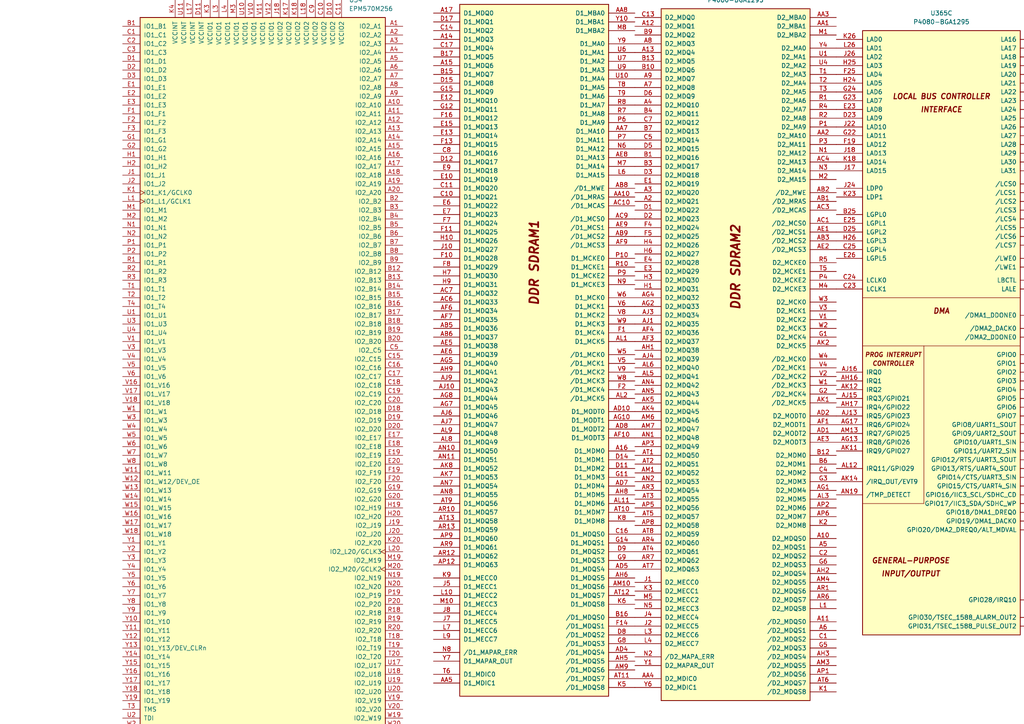
<source format=kicad_sch>
(kicad_sch (version 20250114) (generator "eeschema") (generator_version "9.0")
  (paper "A4")
  (lib_symbols
    (symbol "CPLD_Altera:EPM570M256" (pin_names (offset 1.016))
      (property "Reference" "U" (at 25.4 107.95 0))
      (property "Value" "EPM570M256" (at 25.4 -107.95 0))
      (symbol "EPM570M256_1_1"
        (pin bidirectional line (at -40.64 104.14 0) (length 5.08) (name "IO1_B1") (number "B1"))
        (pin bidirectional line (at -40.64 101.6 0) (length 5.08) (name "IO1_C1") (number "C1"))
        (pin bidirectional line (at -40.64 99.06 0) (length 5.08) (name "IO1_C2") (number "C2"))
        (pin bidirectional line (at -40.64 96.52 0) (length 5.08) (name "IO1_C3") (number "C3"))
        (pin bidirectional line (at -40.64 93.98 0) (length 5.08) (name "IO1_D1") (number "D1"))
        (pin bidirectional line (at -40.64 91.44 0) (length 5.08) (name "IO1_D2") (number "D2"))
        (pin bidirectional line (at -40.64 88.9 0) (length 5.08) (name "IO1_D3") (number "D3"))
        (pin bidirectional line (at -40.64 86.36 0) (length 5.08) (name "IO1_E1") (number "E1"))
        (pin bidirectional line (at -40.64 83.82 0) (length 5.08) (name "IO1_E2") (number "E2"))
        (pin bidirectional line (at -40.64 81.28 0) (length 5.08) (name "IO1_E3") (number "E3"))
        (pin bidirectional line (at -40.64 78.74 0) (length 5.08) (name "IO1_F1") (number "F1"))
        (pin bidirectional line (at -40.64 76.2 0) (length 5.08) (name "IO1_F2") (number "F2"))
        (pin bidirectional line (at -40.64 73.66 0) (length 5.08) (name "IO1_F3") (number "F3"))
        (pin bidirectional line (at -40.64 71.12 0) (length 5.08) (name "IO1_G1") (number "G1"))
        (pin bidirectional line (at -40.64 68.58 0) (length 5.08) (name "IO1_G2") (number "G2"))
        (pin bidirectional line (at -40.64 66.04 0) (length 5.08) (name "IO1_H1") (number "H1"))
        (pin bidirectional line (at -40.64 63.5 0) (length 5.08) (name "IO1_H2") (number "H2"))
        (pin bidirectional line (at -40.64 60.96 0) (length 5.08) (name "IO1_J1") (number "J1"))
        (pin bidirectional line (at -40.64 58.42 0) (length 5.08) (name "IO1_J2") (number "J2"))
        (pin bidirectional clock (at -40.64 55.88 0) (length 5.08) (name "IO1_K1/GCLK0") (number "K1"))
        (pin bidirectional clock (at -40.64 53.34 0) (length 5.08) (name "IO1_L1/GCLK1") (number "L1"))
        (pin bidirectional line (at -40.64 50.8 0) (length 5.08) (name "IO1_M1") (number "M1"))
        (pin bidirectional line (at -40.64 48.26 0) (length 5.08) (name "IO1_M2") (number "M2"))
        (pin bidirectional line (at -40.64 45.72 0) (length 5.08) (name "IO1_N1") (number "N1"))
        (pin bidirectional line (at -40.64 43.18 0) (length 5.08) (name "IO1_N2") (number "N2"))
        (pin bidirectional line (at -40.64 40.64 0) (length 5.08) (name "IO1_P1") (number "P1"))
        (pin bidirectional line (at -40.64 38.1 0) (length 5.08) (name "IO1_P2") (number "P2"))
        (pin bidirectional line (at -40.64 35.56 0) (length 5.08) (name "IO1_R1") (number "R1"))
        (pin bidirectional line (at -40.64 33.02 0) (length 5.08) (name "IO1_R2") (number "R2"))
        (pin bidirectional line (at -40.64 30.48 0) (length 5.08) (name "IO1_R3") (number "R3"))
        (pin bidirectional line (at -40.64 27.94 0) (length 5.08) (name "IO1_T1") (number "T1"))
        (pin bidirectional line (at -40.64 25.4 0) (length 5.08) (name "IO1_T2") (number "T2"))
        (pin bidirectional line (at -40.64 22.86 0) (length 5.08) (name "IO1_T4") (number "T4"))
        (pin bidirectional line (at -40.64 20.32 0) (length 5.08) (name "IO1_U1") (number "U1"))
        (pin bidirectional line (at -40.64 17.78 0) (length 5.08) (name "IO1_U3") (number "U3"))
        (pin bidirectional line (at -40.64 15.24 0) (length 5.08) (name "IO1_U4") (number "U4"))
        (pin bidirectional line (at -40.64 12.7 0) (length 5.08) (name "IO1_V1") (number "V1"))
        (pin bidirectional line (at -40.64 10.16 0) (length 5.08) (name "IO1_V3") (number "V3"))
        (pin bidirectional line (at -40.64 7.62 0) (length 5.08) (name "IO1_V4") (number "V4"))
        (pin bidirectional line (at -40.64 5.08 0) (length 5.08) (name "IO1_V5") (number "V5"))
        (pin bidirectional line (at -40.64 2.54 0) (length 5.08) (name "IO1_V6") (number "V6"))
        (pin bidirectional line (at -40.64 0 0) (length 5.08) (name "IO1_V16") (number "V16"))
        (pin bidirectional line (at -40.64 -2.54 0) (length 5.08) (name "IO1_V17") (number "V17"))
        (pin bidirectional line (at -40.64 -5.08 0) (length 5.08) (name "IO1_V18") (number "V18"))
        (pin bidirectional line (at -40.64 -7.62 0) (length 5.08) (name "IO1_W1") (number "W1"))
        (pin bidirectional line (at -40.64 -10.16 0) (length 5.08) (name "IO1_W3") (number "W3"))
        (pin bidirectional line (at -40.64 -12.7 0) (length 5.08) (name "IO1_W4") (number "W4"))
        (pin bidirectional line (at -40.64 -15.24 0) (length 5.08) (name "IO1_W5") (number "W5"))
        (pin bidirectional line (at -40.64 -17.78 0) (length 5.08) (name "IO1_W6") (number "W6"))
        (pin bidirectional line (at -40.64 -20.32 0) (length 5.08) (name "IO1_W7") (number "W7"))
        (pin bidirectional line (at -40.64 -22.86 0) (length 5.08) (name "IO1_W8") (number "W8"))
        (pin bidirectional line (at -40.64 -25.4 0) (length 5.08) (name "IO1_W11") (number "W11"))
        (pin bidirectional line (at -40.64 -27.94 0) (length 5.08) (name "IO1_W12/DEV_OE") (number "W12"))
        (pin bidirectional line (at -40.64 -30.48 0) (length 5.08) (name "IO1_W13") (number "W13"))
        (pin bidirectional line (at -40.64 -33.02 0) (length 5.08) (name "IO1_W14") (number "W14"))
        (pin bidirectional line (at -40.64 -35.56 0) (length 5.08) (name "IO1_W15") (number "W15"))
        (pin bidirectional line (at -40.64 -38.1 0) (length 5.08) (name "IO1_W16") (number "W16"))
        (pin bidirectional line (at -40.64 -40.64 0) (length 5.08) (name "IO1_W17") (number "W17"))
        (pin bidirectional line (at -40.64 -43.18 0) (length 5.08) (name "IO1_W18") (number "W18"))
        (pin bidirectional line (at -40.64 -45.72 0) (length 5.08) (name "IO1_Y1") (number "Y1"))
        (pin bidirectional line (at -40.64 -48.26 0) (length 5.08) (name "IO1_Y2") (number "Y2"))
        (pin bidirectional line (at -40.64 -50.8 0) (length 5.08) (name "IO1_Y3") (number "Y3"))
        (pin bidirectional line (at -40.64 -53.34 0) (length 5.08) (name "IO1_Y4") (number "Y4"))
        (pin bidirectional line (at -40.64 -55.88 0) (length 5.08) (name "IO1_Y5") (number "Y5"))
        (pin bidirectional line (at -40.64 -58.42 0) (length 5.08) (name "IO1_Y6") (number "Y6"))
        (pin bidirectional line (at -40.64 -60.96 0) (length 5.08) (name "IO1_Y7") (number "Y7"))
        (pin bidirectional line (at -40.64 -63.5 0) (length 5.08) (name "IO1_Y8") (number "Y8"))
        (pin bidirectional line (at -40.64 -66.04 0) (length 5.08) (name "IO1_Y9") (number "Y9"))
        (pin bidirectional line (at -40.64 -68.58 0) (length 5.08) (name "IO1_Y10") (number "Y10"))
        (pin bidirectional line (at -40.64 -71.12 0) (length 5.08) (name "IO1_Y11") (number "Y11"))
        (pin bidirectional line (at -40.64 -73.66 0) (length 5.08) (name "IO1_Y12") (number "Y12"))
        (pin bidirectional line (at -40.64 -76.2 0) (length 5.08) (name "IO1_Y13/DEV_CLRn") (number "Y13"))
        (pin bidirectional line (at -40.64 -78.74 0) (length 5.08) (name "IO1_Y14") (number "Y14"))
        (pin bidirectional line (at -40.64 -81.28 0) (length 5.08) (name "IO1_Y15") (number "Y15"))
        (pin bidirectional line (at -40.64 -83.82 0) (length 5.08) (name "IO1_Y16") (number "Y16"))
        (pin bidirectional line (at -40.64 -86.36 0) (length 5.08) (name "IO1_Y17") (number "Y17"))
        (pin bidirectional line (at -40.64 -88.9 0) (length 5.08) (name "IO1_Y18") (number "Y18"))
        (pin bidirectional line (at -40.64 -91.44 0) (length 5.08) (name "IO1_Y19") (number "Y19"))
        (pin input line (at -40.64 -93.98 0) (length 5.08) (name "TMS") (number "T3"))
        (pin input line (at -40.64 -96.52 0) (length 5.08) (name "TDI") (number "U2"))
        (pin input clock (at -40.64 -99.06 0) (length 5.08) (name "TCK") (number "W2"))
        (pin output line (at -40.64 -101.6 0) (length 5.08) (name "TDO") (number "V2"))
        (pin power_in line (at -25.4 111.76 270) (length 5.08) (name "VCCINT") (number "K4"))
        (pin power_in line (at -25.4 -111.76 90) (length 5.08) (name "GNDINT") (number "J4"))
        (pin power_in line (at -22.86 111.76 270) (length 5.08) (name "VCCINT") (number "U11"))
        (pin power_in line (at -22.86 -111.76 90) (length 5.08) (name "GNDINT") (number "U12"))
        (pin power_in line (at -20.32 111.76 270) (length 5.08) (name "VCCINT") (number "L17"))
        (pin power_in line (at -20.32 -111.76 90) (length 5.08) (name "GNDINT") (number "M17"))
        (pin power_in line (at -17.78 111.76 270) (length 5.08) (name "VCCINT") (number "D11"))
        (pin power_in line (at -17.78 -111.76 90) (length 5.08) (name "GNDINT") (number "D12"))
        (pin power_in line (at -15.24 111.76 270) (length 5.08) (name "VCCIO1") (number "K3"))
        (pin power_in line (at -15.24 -111.76 90) (length 5.08) (name "GNDIO") (number "H3"))
        (pin power_in line (at -12.7 111.76 270) (length 5.08) (name "VCCIO1") (number "L3"))
        (pin power_in line (at -12.7 -111.76 90) (length 5.08) (name "GNDIO") (number "J3"))
        (pin power_in line (at -10.16 111.76 270) (length 5.08) (name "VCCIO1") (number "L4"))
        (pin power_in line (at -10.16 -111.76 90) (length 5.08) (name "GNDIO") (number "M4"))
        (pin power_in line (at -7.62 111.76 270) (length 5.08) (name "VCCIO1") (number "M3"))
        (pin power_in line (at -7.62 -111.76 90) (length 5.08) (name "GNDIO") (number "N3"))
        (pin power_in line (at -5.08 111.76 270) (length 5.08) (name "VCCIO1") (number "U10"))
        (pin power_in line (at -5.08 -111.76 90) (length 5.08) (name "GNDIO") (number "U9"))
        (pin power_in line (at -2.54 111.76 270) (length 5.08) (name "VCCIO1") (number "V10"))
        (pin power_in line (at -2.54 -111.76 90) (length 5.08) (name "GNDIO") (number "V8"))
        (pin power_in line (at 0 111.76 270) (length 5.08) (name "VCCIO1") (number "V11"))
        (pin power_in line (at 0 -111.76 90) (length 5.08) (name "GNDIO") (number "V9"))
        (pin power_in line (at 2.54 111.76 270) (length 5.08) (name "VCCIO1") (number "V12"))
        (pin power_in line (at 2.54 -111.76 90) (length 5.08) (name "GNDIO") (number "V13"))
        (pin power_in line (at 5.08 111.76 270) (length 5.08) (name "VCCIO2") (number "J18"))
        (pin power_in line (at 5.08 -111.76 90) (length 5.08) (name "GNDIO") (number "H18"))
        (pin power_in line (at 7.62 111.76 270) (length 5.08) (name "VCCIO2") (number "K17"))
        (pin power_in line (at 7.62 -111.76 90) (length 5.08) (name "GNDIO") (number "J17"))
        (pin power_in line (at 10.16 111.76 270) (length 5.08) (name "VCCIO2") (number "K18"))
        (pin power_in line (at 10.16 -111.76 90) (length 5.08) (name "GNDIO") (number "N18"))
        (pin power_in line (at 12.7 111.76 270) (length 5.08) (name "VCCIO2") (number "L18"))
        (pin power_in line (at 12.7 -111.76 90) (length 5.08) (name "GNDIO") (number "C8"))
        (pin power_in line (at 15.24 111.76 270) (length 5.08) (name "VCCIO2") (number "C9"))
        (pin power_in line (at 15.24 -111.76 90) (length 5.08) (name "GNDIO") (number "D9"))
        (pin power_in line (at 17.78 111.76 270) (length 5.08) (name "VCCIO2") (number "C10"))
        (pin power_in line (at 17.78 -111.76 90) (length 5.08) (name "GNDIO") (number "C12"))
        (pin power_in line (at 20.32 111.76 270) (length 5.08) (name "VCCIO2") (number "D10"))
        (pin power_in line (at 20.32 -111.76 90) (length 5.08) (name "GNDIO") (number "C13"))
        (pin power_in line (at 22.86 111.76 270) (length 5.08) (name "VCCIO2") (number "C11"))
        (pin power_in line (at 22.86 -111.76 90) (length 5.08) (name "GNDIO") (number "M18"))
        (pin bidirectional line (at 40.64 104.14 180) (length 5.08) (name "IO2_A1") (number "A1"))
        (pin bidirectional line (at 40.64 101.6 180) (length 5.08) (name "IO2_A2") (number "A2"))
        (pin bidirectional line (at 40.64 99.06 180) (length 5.08) (name "IO2_A3") (number "A3"))
        (pin bidirectional line (at 40.64 96.52 180) (length 5.08) (name "IO2_A4") (number "A4"))
        (pin bidirectional line (at 40.64 93.98 180) (length 5.08) (name "IO2_A5") (number "A5"))
        (pin bidirectional line (at 40.64 91.44 180) (length 5.08) (name "IO2_A6") (number "A6"))
        (pin bidirectional line (at 40.64 88.9 180) (length 5.08) (name "IO2_A7") (number "A7"))
        (pin bidirectional line (at 40.64 86.36 180) (length 5.08) (name "IO2_A8") (number "A8"))
        (pin bidirectional line (at 40.64 83.82 180) (length 5.08) (name "IO2_A9") (number "A9"))
        (pin bidirectional line (at 40.64 81.28 180) (length 5.08) (name "IO2_A10") (number "A10"))
        (pin bidirectional line (at 40.64 78.74 180) (length 5.08) (name "IO2_A11") (number "A11"))
        (pin bidirectional line (at 40.64 76.2 180) (length 5.08) (name "IO2_A12") (number "A12"))
        (pin bidirectional line (at 40.64 73.66 180) (length 5.08) (name "IO2_A13") (number "A13"))
        (pin bidirectional line (at 40.64 71.12 180) (length 5.08) (name "IO2_A14") (number "A14"))
        (pin bidirectional line (at 40.64 68.58 180) (length 5.08) (name "IO2_A15") (number "A15"))
        (pin bidirectional line (at 40.64 66.04 180) (length 5.08) (name "IO2_A16") (number "A16"))
        (pin bidirectional line (at 40.64 63.5 180) (length 5.08) (name "IO2_A17") (number "A17"))
        (pin bidirectional line (at 40.64 60.96 180) (length 5.08) (name "IO2_A18") (number "A18"))
        (pin bidirectional line (at 40.64 58.42 180) (length 5.08) (name "IO2_A19") (number "A19"))
        (pin bidirectional line (at 40.64 55.88 180) (length 5.08) (name "IO2_A20") (number "A20"))
        (pin bidirectional line (at 40.64 53.34 180) (length 5.08) (name "IO2_B2") (number "B2"))
        (pin bidirectional line (at 40.64 50.8 180) (length 5.08) (name "IO2_B3") (number "B3"))
        (pin bidirectional line (at 40.64 48.26 180) (length 5.08) (name "IO2_B4") (number "B4"))
        (pin bidirectional line (at 40.64 45.72 180) (length 5.08) (name "IO2_B5") (number "B5"))
        (pin bidirectional line (at 40.64 43.18 180) (length 5.08) (name "IO2_B6") (number "B6"))
        (pin bidirectional line (at 40.64 40.64 180) (length 5.08) (name "IO2_B7") (number "B7"))
        (pin bidirectional line (at 40.64 38.1 180) (length 5.08) (name "IO2_B8") (number "B8"))
        (pin bidirectional line (at 40.64 35.56 180) (length 5.08) (name "IO2_B9") (number "B9"))
        (pin bidirectional line (at 40.64 33.02 180) (length 5.08) (name "IO2_B12") (number "B12"))
        (pin bidirectional line (at 40.64 30.48 180) (length 5.08) (name "IO2_B13") (number "B13"))
        (pin bidirectional line (at 40.64 27.94 180) (length 5.08) (name "IO2_B14") (number "B14"))
        (pin bidirectional line (at 40.64 25.4 180) (length 5.08) (name "IO2_B15") (number "B15"))
        (pin bidirectional line (at 40.64 22.86 180) (length 5.08) (name "IO2_B16") (number "B16"))
        (pin bidirectional line (at 40.64 20.32 180) (length 5.08) (name "IO2_B17") (number "B17"))
        (pin bidirectional line (at 40.64 17.78 180) (length 5.08) (name "IO2_B18") (number "B18"))
        (pin bidirectional line (at 40.64 15.24 180) (length 5.08) (name "IO2_B19") (number "B19"))
        (pin bidirectional line (at 40.64 12.7 180) (length 5.08) (name "IO2_B20") (number "B20"))
        (pin bidirectional line (at 40.64 10.16 180) (length 5.08) (name "IO2_C5") (number "C5"))
        (pin bidirectional line (at 40.64 7.62 180) (length 5.08) (name "IO2_C15") (number "C15"))
        (pin bidirectional line (at 40.64 5.08 180) (length 5.08) (name "IO2_C16") (number "C16"))
        (pin bidirectional line (at 40.64 2.54 180) (length 5.08) (name "IO2_C17") (number "C17"))
        (pin bidirectional line (at 40.64 0 180) (length 5.08) (name "IO2_C18") (number "C18"))
        (pin bidirectional line (at 40.64 -2.54 180) (length 5.08) (name "IO2_C19") (number "C19"))
        (pin bidirectional line (at 40.64 -5.08 180) (length 5.08) (name "IO2_C20") (number "C20"))
        (pin bidirectional line (at 40.64 -7.62 180) (length 5.08) (name "IO2_D18") (number "D18"))
        (pin bidirectional line (at 40.64 -10.16 180) (length 5.08) (name "IO2_D19") (number "D19"))
        (pin bidirectional line (at 40.64 -12.7 180) (length 5.08) (name "IO2_D20") (number "D20"))
        (pin bidirectional line (at 40.64 -15.24 180) (length 5.08) (name "IO2_E17") (number "E17"))
        (pin bidirectional line (at 40.64 -17.78 180) (length 5.08) (name "IO2_E18") (number "E18"))
        (pin bidirectional line (at 40.64 -20.32 180) (length 5.08) (name "IO2_E19") (number "E19"))
        (pin bidirectional line (at 40.64 -22.86 180) (length 5.08) (name "IO2_E20") (number "E20"))
        (pin bidirectional line (at 40.64 -25.4 180) (length 5.08) (name "IO2_F19") (number "F19"))
        (pin bidirectional line (at 40.64 -27.94 180) (length 5.08) (name "IO2_F20") (number "F20"))
        (pin bidirectional line (at 40.64 -30.48 180) (length 5.08) (name "IO2_G19") (number "G19"))
        (pin bidirectional line (at 40.64 -33.02 180) (length 5.08) (name "IO2_G20") (number "G20"))
        (pin bidirectional line (at 40.64 -35.56 180) (length 5.08) (name "IO2_H19") (number "H19"))
        (pin bidirectional line (at 40.64 -38.1 180) (length 5.08) (name "IO2_H20") (number "H20"))
        (pin bidirectional line (at 40.64 -40.64 180) (length 5.08) (name "IO2_J19") (number "J19"))
        (pin bidirectional line (at 40.64 -43.18 180) (length 5.08) (name "IO2_J20") (number "J20"))
        (pin bidirectional line (at 40.64 -45.72 180) (length 5.08) (name "IO2_K20") (number "K20"))
        (pin bidirectional clock (at 40.64 -48.26 180) (length 5.08) (name "IO2_L20/GCLK3") (number "L20"))
        (pin bidirectional line (at 40.64 -50.8 180) (length 5.08) (name "IO2_M19") (number "M19"))
        (pin bidirectional clock (at 40.64 -53.34 180) (length 5.08) (name "IO2_M20/GCLK2") (number "M20"))
        (pin bidirectional line (at 40.64 -55.88 180) (length 5.08) (name "IO2_N19") (number "N19"))
        (pin bidirectional line (at 40.64 -58.42 180) (length 5.08) (name "IO2_N20") (number "N20"))
        (pin bidirectional line (at 40.64 -60.96 180) (length 5.08) (name "IO2_P19") (number "P19"))
        (pin bidirectional line (at 40.64 -63.5 180) (length 5.08) (name "IO2_P20") (number "P20"))
        (pin bidirectional line (at 40.64 -66.04 180) (length 5.08) (name "IO2_R18") (number "R18"))
        (pin bidirectional line (at 40.64 -68.58 180) (length 5.08) (name "IO2_R19") (number "R19"))
        (pin bidirectional line (at 40.64 -71.12 180) (length 5.08) (name "IO2_R20") (number "R20"))
        (pin bidirectional line (at 40.64 -73.66 180) (length 5.08) (name "IO2_T18") (number "T18"))
        (pin bidirectional line (at 40.64 -76.2 180) (length 5.08) (name "IO2_T19") (number "T19"))
        (pin bidirectional line (at 40.64 -78.74 180) (length 5.08) (name "IO2_T20") (number "T20"))
        (pin bidirectional line (at 40.64 -81.28 180) (length 5.08) (name "IO2_U17") (number "U17"))
        (pin bidirectional line (at 40.64 -83.82 180) (length 5.08) (name "IO2_U18") (number "U18"))
        (pin bidirectional line (at 40.64 -86.36 180) (length 5.08) (name "IO2_U19") (number "U19"))
        (pin bidirectional line (at 40.64 -88.9 180) (length 5.08) (name "IO2_U20") (number "U20"))
        (pin bidirectional line (at 40.64 -91.44 180) (length 5.08) (name "IO2_V19") (number "V19"))
        (pin bidirectional line (at 40.64 -93.98 180) (length 5.08) (name "IO2_V20") (number "V20"))
        (pin bidirectional line (at 40.64 -96.52 180) (length 5.08) (name "IO2_W19") (number "W19"))
        (pin bidirectional line (at 40.64 -99.06 180) (length 5.08) (name "IO2_W20") (number "W20"))
        (pin bidirectional line (at 40.64 -101.6 180) (length 5.08) (name "IO2_Y20") (number "Y20"))
      )
    )
    (symbol "CPU:P4080-BGA1295" (pin_names (offset 1.016))
      (property "Reference" "U" (at 1.27 19.05 0))
      (property "Value" "P4080-BGA1295" (at 1.27 16.51 0))
      (symbol "P4080-BGA1295_1_1"
        (text "DDR SDRAM1" (at 1.27 26.67 900) (effects (font (size 2.54 2.54) (bold yes) (italic yes))))
        (pin bidirectional line (at -27.94 99.06 0) (length 7.62) (name "D1_MDQ0") (number "A17"))
        (pin bidirectional line (at -27.94 96.52 0) (length 7.62) (name "D1_MDQ1") (number "D17"))
        (pin bidirectional line (at -27.94 93.98 0) (length 7.62) (name "D1_MDQ2") (number "C14"))
        (pin bidirectional line (at -27.94 91.44 0) (length 7.62) (name "D1_MDQ3") (number "A14"))
        (pin bidirectional line (at -27.94 88.9 0) (length 7.62) (name "D1_MDQ4") (number "C17"))
        (pin bidirectional line (at -27.94 86.36 0) (length 7.62) (name "D1_MDQ5") (number "B17"))
        (pin bidirectional line (at -27.94 83.82 0) (length 7.62) (name "D1_MDQ6") (number "A15"))
        (pin bidirectional line (at -27.94 81.28 0) (length 7.62) (name "D1_MDQ7") (number "B15"))
        (pin bidirectional line (at -27.94 78.74 0) (length 7.62) (name "D1_MDQ8") (number "D15"))
        (pin bidirectional line (at -27.94 76.2 0) (length 7.62) (name "D1_MDQ9") (number "G15"))
        (pin bidirectional line (at -27.94 73.66 0) (length 7.62) (name "D1_MDQ10") (number "E12"))
        (pin bidirectional line (at -27.94 71.12 0) (length 7.62) (name "D1_MDQ11") (number "G12"))
        (pin bidirectional line (at -27.94 68.58 0) (length 7.62) (name "D1_MDQ12") (number "F16"))
        (pin bidirectional line (at -27.94 66.04 0) (length 7.62) (name "D1_MDQ13") (number "E15"))
        (pin bidirectional line (at -27.94 63.5 0) (length 7.62) (name "D1_MDQ14") (number "E13"))
        (pin bidirectional line (at -27.94 60.96 0) (length 7.62) (name "D1_MDQ15") (number "F13"))
        (pin bidirectional line (at -27.94 58.42 0) (length 7.62) (name "D1_MDQ16") (number "C8"))
        (pin bidirectional line (at -27.94 55.88 0) (length 7.62) (name "D1_MDQ17") (number "D12"))
        (pin bidirectional line (at -27.94 53.34 0) (length 7.62) (name "D1_MDQ18") (number "E9"))
        (pin bidirectional line (at -27.94 50.8 0) (length 7.62) (name "D1_MDQ19") (number "E10"))
        (pin bidirectional line (at -27.94 48.26 0) (length 7.62) (name "D1_MDQ20") (number "C11"))
        (pin bidirectional line (at -27.94 45.72 0) (length 7.62) (name "D1_MDQ21") (number "C10"))
        (pin bidirectional line (at -27.94 43.18 0) (length 7.62) (name "D1_MDQ22") (number "E6"))
        (pin bidirectional line (at -27.94 40.64 0) (length 7.62) (name "D1_MDQ23") (number "E7"))
        (pin bidirectional line (at -27.94 38.1 0) (length 7.62) (name "D1_MDQ24") (number "F7"))
        (pin bidirectional line (at -27.94 35.56 0) (length 7.62) (name "D1_MDQ25") (number "F11"))
        (pin bidirectional line (at -27.94 33.02 0) (length 7.62) (name "D1_MDQ26") (number "H10"))
        (pin bidirectional line (at -27.94 30.48 0) (length 7.62) (name "D1_MDQ27") (number "J10"))
        (pin bidirectional line (at -27.94 27.94 0) (length 7.62) (name "D1_MDQ28") (number "F10"))
        (pin bidirectional line (at -27.94 25.4 0) (length 7.62) (name "D1_MDQ29") (number "F8"))
        (pin bidirectional line (at -27.94 22.86 0) (length 7.62) (name "D1_MDQ30") (number "H7"))
        (pin bidirectional line (at -27.94 20.32 0) (length 7.62) (name "D1_MDQ31") (number "H9"))
        (pin bidirectional line (at -27.94 17.78 0) (length 7.62) (name "D1_MDQ32") (number "AC7"))
        (pin bidirectional line (at -27.94 15.24 0) (length 7.62) (name "D1_MDQ33") (number "AC6"))
        (pin bidirectional line (at -27.94 12.7 0) (length 7.62) (name "D1_MDQ34") (number "AF6"))
        (pin bidirectional line (at -27.94 10.16 0) (length 7.62) (name "D1_MDQ35") (number "AF7"))
        (pin bidirectional line (at -27.94 7.62 0) (length 7.62) (name "D1_MDQ36") (number "AB5"))
        (pin bidirectional line (at -27.94 5.08 0) (length 7.62) (name "D1_MDQ37") (number "AB6"))
        (pin bidirectional line (at -27.94 2.54 0) (length 7.62) (name "D1_MDQ38") (number "AE5"))
        (pin bidirectional line (at -27.94 0 0) (length 7.62) (name "D1_MDQ39") (number "AE6"))
        (pin bidirectional line (at -27.94 -2.54 0) (length 7.62) (name "D1_MDQ40") (number "AG5"))
        (pin bidirectional line (at -27.94 -5.08 0) (length 7.62) (name "D1_MDQ41") (number "AH9"))
        (pin bidirectional line (at -27.94 -7.62 0) (length 7.62) (name "D1_MDQ42") (number "AJ9"))
        (pin bidirectional line (at -27.94 -10.16 0) (length 7.62) (name "D1_MDQ43") (number "AJ10"))
        (pin bidirectional line (at -27.94 -12.7 0) (length 7.62) (name "D1_MDQ44") (number "AG8"))
        (pin bidirectional line (at -27.94 -15.24 0) (length 7.62) (name "D1_MDQ45") (number "AG7"))
        (pin bidirectional line (at -27.94 -17.78 0) (length 7.62) (name "D1_MDQ46") (number "AJ6"))
        (pin bidirectional line (at -27.94 -20.32 0) (length 7.62) (name "D1_MDQ47") (number "AJ7"))
        (pin bidirectional line (at -27.94 -22.86 0) (length 7.62) (name "D1_MDQ48") (number "AL9"))
        (pin bidirectional line (at -27.94 -25.4 0) (length 7.62) (name "D1_MDQ49") (number "AL8"))
        (pin bidirectional line (at -27.94 -27.94 0) (length 7.62) (name "D1_MDQ50") (number "AN10"))
        (pin bidirectional line (at -27.94 -30.48 0) (length 7.62) (name "D1_MDQ51") (number "AN11"))
        (pin bidirectional line (at -27.94 -33.02 0) (length 7.62) (name "D1_MDQ52") (number "AK8"))
        (pin bidirectional line (at -27.94 -35.56 0) (length 7.62) (name "D1_MDQ53") (number "AK7"))
        (pin bidirectional line (at -27.94 -38.1 0) (length 7.62) (name "D1_MDQ54") (number "AN7"))
        (pin bidirectional line (at -27.94 -40.64 0) (length 7.62) (name "D1_MDQ55") (number "AN8"))
        (pin bidirectional line (at -27.94 -43.18 0) (length 7.62) (name "D1_MDQ56") (number "AT9"))
        (pin bidirectional line (at -27.94 -45.72 0) (length 7.62) (name "D1_MDQ57") (number "AR10"))
        (pin bidirectional line (at -27.94 -48.26 0) (length 7.62) (name "D1_MDQ58") (number "AT13"))
        (pin bidirectional line (at -27.94 -50.8 0) (length 7.62) (name "D1_MDQ59") (number "AR13"))
        (pin bidirectional line (at -27.94 -53.34 0) (length 7.62) (name "D1_MDQ60") (number "AP9"))
        (pin bidirectional line (at -27.94 -55.88 0) (length 7.62) (name "D1_MDQ61") (number "AR9"))
        (pin bidirectional line (at -27.94 -58.42 0) (length 7.62) (name "D1_MDQ62") (number "AR12"))
        (pin bidirectional line (at -27.94 -60.96 0) (length 7.62) (name "D1_MDQ63") (number "AP12"))
        (pin bidirectional line (at -27.94 -64.77 0) (length 7.62) (name "D1_MECC0") (number "K9"))
        (pin bidirectional line (at -27.94 -67.31 0) (length 7.62) (name "D1_MECC1") (number "J5"))
        (pin bidirectional line (at -27.94 -69.85 0) (length 7.62) (name "D1_MECC2") (number "L10"))
        (pin bidirectional line (at -27.94 -72.39 0) (length 7.62) (name "D1_MECC3") (number "M10"))
        (pin bidirectional line (at -27.94 -74.93 0) (length 7.62) (name "D1_MECC4") (number "J8"))
        (pin bidirectional line (at -27.94 -77.47 0) (length 7.62) (name "D1_MECC5") (number "J7"))
        (pin bidirectional line (at -27.94 -80.01 0) (length 7.62) (name "D1_MECC6") (number "L7"))
        (pin bidirectional line (at -27.94 -82.55 0) (length 7.62) (name "D1_MECC7") (number "L9"))
        (pin input line (at -27.94 -86.36 0) (length 7.62) (name "/D1_MAPAR_ERR") (number "N8"))
        (pin output line (at -27.94 -88.9 0) (length 7.62) (name "D1_MAPAR_OUT") (number "Y7"))
        (pin bidirectional line (at -27.94 -92.71 0) (length 7.62) (name "D1_MDIC0") (number "T6"))
        (pin bidirectional line (at -27.94 -95.25 0) (length 7.62) (name "D1_MDIC1") (number "AA5"))
        (pin output line (at 30.48 99.06 180) (length 7.62) (name "D1_MBA0") (number "AA8"))
        (pin output line (at 30.48 96.52 180) (length 7.62) (name "D1_MBA1") (number "Y10"))
        (pin output line (at 30.48 93.98 180) (length 7.62) (name "D1_MBA2") (number "M8"))
        (pin output line (at 30.48 90.17 180) (length 7.62) (name "D1_MA0") (number "Y9"))
        (pin output line (at 30.48 87.63 180) (length 7.62) (name "D1_MA1") (number "U6"))
        (pin output line (at 30.48 85.09 180) (length 7.62) (name "D1_MA2") (number "U7"))
        (pin output line (at 30.48 82.55 180) (length 7.62) (name "D1_MA3") (number "U9"))
        (pin output line (at 30.48 80.01 180) (length 7.62) (name "D1_MA4") (number "U10"))
        (pin output line (at 30.48 77.47 180) (length 7.62) (name "D1_MA5") (number "T8"))
        (pin output line (at 30.48 74.93 180) (length 7.62) (name "D1_MA6") (number "T9"))
        (pin output line (at 30.48 72.39 180) (length 7.62) (name "D1_MA7") (number "R8"))
        (pin output line (at 30.48 69.85 180) (length 7.62) (name "D1_MA8") (number "R7"))
        (pin output line (at 30.48 67.31 180) (length 7.62) (name "D1_MA9") (number "P6"))
        (pin output line (at 30.48 64.77 180) (length 7.62) (name "D1_MA10") (number "AA7"))
        (pin output line (at 30.48 62.23 180) (length 7.62) (name "D1_MA11") (number "P7"))
        (pin output line (at 30.48 59.69 180) (length 7.62) (name "D1_MA12") (number "N6"))
        (pin output line (at 30.48 57.15 180) (length 7.62) (name "D1_MA13") (number "AE8"))
        (pin output line (at 30.48 54.61 180) (length 7.62) (name "D1_MA14") (number "M7"))
        (pin output line (at 30.48 52.07 180) (length 7.62) (name "D1_MA15") (number "L6"))
        (pin output line (at 30.48 48.26 180) (length 7.62) (name "/D1_MWE") (number "AB8"))
        (pin output line (at 30.48 45.72 180) (length 7.62) (name "/D1_MRAS") (number "AA10"))
        (pin output line (at 30.48 43.18 180) (length 7.62) (name "/D1_MCAS") (number "AC10"))
        (pin output line (at 30.48 39.37 180) (length 7.62) (name "/D1_MCS0") (number "AC9"))
        (pin output line (at 30.48 36.83 180) (length 7.62) (name "/D1_MCS1") (number "AE9"))
        (pin output line (at 30.48 34.29 180) (length 7.62) (name "/D1_MCS2") (number "AB9"))
        (pin output line (at 30.48 31.75 180) (length 7.62) (name "/D1_MCS3") (number "AF9"))
        (pin output line (at 30.48 27.94 180) (length 7.62) (name "D1_MCKE0") (number "P10"))
        (pin output line (at 30.48 25.4 180) (length 7.62) (name "D1_MCKE1") (number "R10"))
        (pin output line (at 30.48 22.86 180) (length 7.62) (name "D1_MCKE2") (number "P9"))
        (pin output line (at 30.48 20.32 180) (length 7.62) (name "D1_MCKE3") (number "N9"))
        (pin output line (at 30.48 16.51 180) (length 7.62) (name "D1_MCK0") (number "W6"))
        (pin output line (at 30.48 13.97 180) (length 7.62) (name "D1_MCK1") (number "V6"))
        (pin output line (at 30.48 11.43 180) (length 7.62) (name "D1_MCK2") (number "V8"))
        (pin output line (at 30.48 8.89 180) (length 7.62) (name "D1_MCK3") (number "W9"))
        (pin output line (at 30.48 6.35 180) (length 7.62) (name "D1_MCK4") (number "F1"))
        (pin output line (at 30.48 3.81 180) (length 7.62) (name "D1_MCK5") (number "AL1"))
        (pin output line (at 30.48 0 180) (length 7.62) (name "/D1_MCK0") (number "W5"))
        (pin output line (at 30.48 -2.54 180) (length 7.62) (name "/D1_MCK1") (number "V5"))
        (pin output line (at 30.48 -5.08 180) (length 7.62) (name "/D1_MCK2") (number "V9"))
        (pin output line (at 30.48 -7.62 180) (length 7.62) (name "/D1_MCK3") (number "W8"))
        (pin output line (at 30.48 -10.16 180) (length 7.62) (name "/D1_MCK4") (number "F2"))
        (pin output line (at 30.48 -12.7 180) (length 7.62) (name "/D1_MCK5") (number "AL2"))
        (pin output line (at 30.48 -16.51 180) (length 7.62) (name "D1_MODT0") (number "AD10"))
        (pin output line (at 30.48 -19.05 180) (length 7.62) (name "D1_MODT1") (number "AG10"))
        (pin output line (at 30.48 -21.59 180) (length 7.62) (name "D1_MODT2") (number "AD8"))
        (pin output line (at 30.48 -24.13 180) (length 7.62) (name "D1_MODT3") (number "AF10"))
        (pin output line (at 30.48 -27.94 180) (length 7.62) (name "D1_MDM0") (number "A16"))
        (pin output line (at 30.48 -30.48 180) (length 7.62) (name "D1_MDM1") (number "D14"))
        (pin output line (at 30.48 -33.02 180) (length 7.62) (name "D1_MDM2") (number "D11"))
        (pin output line (at 30.48 -35.56 180) (length 7.62) (name "D1_MDM3") (number "G11"))
        (pin output line (at 30.48 -38.1 180) (length 7.62) (name "D1_MDM4") (number "AD7"))
        (pin output line (at 30.48 -40.64 180) (length 7.62) (name "D1_MDM5") (number "AH8"))
        (pin output line (at 30.48 -43.18 180) (length 7.62) (name "D1_MDM6") (number "AL11"))
        (pin output line (at 30.48 -45.72 180) (length 7.62) (name "D1_MDM7") (number "AT10"))
        (pin output line (at 30.48 -48.26 180) (length 7.62) (name "D1_MDM8") (number "K8"))
        (pin bidirectional line (at 30.48 -52.07 180) (length 7.62) (name "D1_MDQS0") (number "C16"))
        (pin bidirectional line (at 30.48 -54.61 180) (length 7.62) (name "D1_MDQS1") (number "G14"))
        (pin bidirectional line (at 30.48 -57.15 180) (length 7.62) (name "D1_MDQS2") (number "D9"))
        (pin bidirectional line (at 30.48 -59.69 180) (length 7.62) (name "D1_MDQS3") (number "G9"))
        (pin bidirectional line (at 30.48 -62.23 180) (length 7.62) (name "D1_MDQS4") (number "AD5"))
        (pin bidirectional line (at 30.48 -64.77 180) (length 7.62) (name "D1_MDQS5") (number "AH6"))
        (pin bidirectional line (at 30.48 -67.31 180) (length 7.62) (name "D1_MDQS6") (number "AM10"))
        (pin bidirectional line (at 30.48 -69.85 180) (length 7.62) (name "D1_MDQS7") (number "AT12"))
        (pin bidirectional line (at 30.48 -72.39 180) (length 7.62) (name "D1_MDQS8") (number "K6"))
        (pin bidirectional line (at 30.48 -76.2 180) (length 7.62) (name "/D1_MDQS0") (number "B16"))
        (pin bidirectional line (at 30.48 -78.74 180) (length 7.62) (name "/D1_MDQS1") (number "F14"))
        (pin bidirectional line (at 30.48 -81.28 180) (length 7.62) (name "/D1_MDQS2") (number "D8"))
        (pin bidirectional line (at 30.48 -83.82 180) (length 7.62) (name "/D1_MDQS3") (number "G8"))
        (pin bidirectional line (at 30.48 -86.36 180) (length 7.62) (name "/D1_MDQS4") (number "AD4"))
        (pin bidirectional line (at 30.48 -88.9 180) (length 7.62) (name "/D1_MDQS5") (number "AH5"))
        (pin bidirectional line (at 30.48 -91.44 180) (length 7.62) (name "/D1_MDQS6") (number "AM9"))
        (pin bidirectional line (at 30.48 -93.98 180) (length 7.62) (name "/D1_MDQS7") (number "AT11"))
        (pin bidirectional line (at 30.48 -96.52 180) (length 7.62) (name "/D1_MDQS8") (number "K5"))
      )
      (symbol "P4080-BGA1295_2_1"
        (text "DDR SDRAM2" (at 1.27 26.67 900) (effects (font (size 2.54 2.54) (bold yes) (italic yes))))
        (pin bidirectional line (at -27.94 99.06 0) (length 7.62) (name "D2_MDQ0") (number "C13"))
        (pin bidirectional line (at -27.94 96.52 0) (length 7.62) (name "D2_MDQ1") (number "A12"))
        (pin bidirectional line (at -27.94 93.98 0) (length 7.62) (name "D2_MDQ2") (number "B9"))
        (pin bidirectional line (at -27.94 91.44 0) (length 7.62) (name "D2_MDQ3") (number "A8"))
        (pin bidirectional line (at -27.94 88.9 0) (length 7.62) (name "D2_MDQ4") (number "A13"))
        (pin bidirectional line (at -27.94 86.36 0) (length 7.62) (name "D2_MDQ5") (number "B13"))
        (pin bidirectional line (at -27.94 83.82 0) (length 7.62) (name "D2_MDQ6") (number "B10"))
        (pin bidirectional line (at -27.94 81.28 0) (length 7.62) (name "D2_MDQ7") (number "A9"))
        (pin bidirectional line (at -27.94 78.74 0) (length 7.62) (name "D2_MDQ8") (number "A7"))
        (pin bidirectional line (at -27.94 76.2 0) (length 7.62) (name "D2_MDQ9") (number "D6"))
        (pin bidirectional line (at -27.94 73.66 0) (length 7.62) (name "D2_MDQ10") (number "A4"))
        (pin bidirectional line (at -27.94 71.12 0) (length 7.62) (name "D2_MDQ11") (number "B4"))
        (pin bidirectional line (at -27.94 68.58 0) (length 7.62) (name "D2_MDQ12") (number "C7"))
        (pin bidirectional line (at -27.94 66.04 0) (length 7.62) (name "D2_MDQ13") (number "B7"))
        (pin bidirectional line (at -27.94 63.5 0) (length 7.62) (name "D2_MDQ14") (number "C5"))
        (pin bidirectional line (at -27.94 60.96 0) (length 7.62) (name "D2_MDQ15") (number "D5"))
        (pin bidirectional line (at -27.94 58.42 0) (length 7.62) (name "D2_MDQ16") (number "B1"))
        (pin bidirectional line (at -27.94 55.88 0) (length 7.62) (name "D2_MDQ17") (number "B3"))
        (pin bidirectional line (at -27.94 53.34 0) (length 7.62) (name "D2_MDQ18") (number "D3"))
        (pin bidirectional line (at -27.94 50.8 0) (length 7.62) (name "D2_MDQ19") (number "E1"))
        (pin bidirectional line (at -27.94 48.26 0) (length 7.62) (name "D2_MDQ20") (number "A3"))
        (pin bidirectional line (at -27.94 45.72 0) (length 7.62) (name "D2_MDQ21") (number "A2"))
        (pin bidirectional line (at -27.94 43.18 0) (length 7.62) (name "D2_MDQ22") (number "D1"))
        (pin bidirectional line (at -27.94 40.64 0) (length 7.62) (name "D2_MDQ23") (number "D2"))
        (pin bidirectional line (at -27.94 38.1 0) (length 7.62) (name "D2_MDQ24") (number "F4"))
        (pin bidirectional line (at -27.94 35.56 0) (length 7.62) (name "D2_MDQ25") (number "F5"))
        (pin bidirectional line (at -27.94 33.02 0) (length 7.62) (name "D2_MDQ26") (number "H4"))
        (pin bidirectional line (at -27.94 30.48 0) (length 7.62) (name "D2_MDQ27") (number "H6"))
        (pin bidirectional line (at -27.94 27.94 0) (length 7.62) (name "D2_MDQ28") (number "E4"))
        (pin bidirectional line (at -27.94 25.4 0) (length 7.62) (name "D2_MDQ29") (number "E3"))
        (pin bidirectional line (at -27.94 22.86 0) (length 7.62) (name "D2_MDQ30") (number "H3"))
        (pin bidirectional line (at -27.94 20.32 0) (length 7.62) (name "D2_MDQ31") (number "H1"))
        (pin bidirectional line (at -27.94 17.78 0) (length 7.62) (name "D2_MDQ32") (number "AG4"))
        (pin bidirectional line (at -27.94 15.24 0) (length 7.62) (name "D2_MDQ33") (number "AG2"))
        (pin bidirectional line (at -27.94 12.7 0) (length 7.62) (name "D2_MDQ34") (number "AJ3"))
        (pin bidirectional line (at -27.94 10.16 0) (length 7.62) (name "D2_MDQ35") (number "AJ1"))
        (pin bidirectional line (at -27.94 7.62 0) (length 7.62) (name "D2_MDQ36") (number "AF4"))
        (pin bidirectional line (at -27.94 5.08 0) (length 7.62) (name "D2_MDQ37") (number "AF3"))
        (pin bidirectional line (at -27.94 2.54 0) (length 7.62) (name "D2_MDQ38") (number "AH1"))
        (pin bidirectional line (at -27.94 0 0) (length 7.62) (name "D2_MDQ39") (number "AJ4"))
        (pin bidirectional line (at -27.94 -2.54 0) (length 7.62) (name "D2_MDQ40") (number "AL6"))
        (pin bidirectional line (at -27.94 -5.08 0) (length 7.62) (name "D2_MDQ41") (number "AL5"))
        (pin bidirectional line (at -27.94 -7.62 0) (length 7.62) (name "D2_MDQ42") (number "AN4"))
        (pin bidirectional line (at -27.94 -10.16 0) (length 7.62) (name "D2_MDQ43") (number "AN5"))
        (pin bidirectional line (at -27.94 -12.7 0) (length 7.62) (name "D2_MDQ44") (number "AK5"))
        (pin bidirectional line (at -27.94 -15.24 0) (length 7.62) (name "D2_MDQ45") (number "AK4"))
        (pin bidirectional line (at -27.94 -17.78 0) (length 7.62) (name "D2_MDQ46") (number "AM6"))
        (pin bidirectional line (at -27.94 -20.32 0) (length 7.62) (name "D2_MDQ47") (number "AM7"))
        (pin bidirectional line (at -27.94 -22.86 0) (length 7.62) (name "D2_MDQ48") (number "AN1"))
        (pin bidirectional line (at -27.94 -25.4 0) (length 7.62) (name "D2_MDQ49") (number "AP3"))
        (pin bidirectional line (at -27.94 -27.94 0) (length 7.62) (name "D2_MDQ50") (number "AT1"))
        (pin bidirectional line (at -27.94 -30.48 0) (length 7.62) (name "D2_MDQ51") (number "AT2"))
        (pin bidirectional line (at -27.94 -33.02 0) (length 7.62) (name "D2_MDQ52") (number "AM1"))
        (pin bidirectional line (at -27.94 -35.56 0) (length 7.62) (name "D2_MDQ53") (number "AN2"))
        (pin bidirectional line (at -27.94 -38.1 0) (length 7.62) (name "D2_MDQ54") (number "AR3"))
        (pin bidirectional line (at -27.94 -40.64 0) (length 7.62) (name "D2_MDQ55") (number "AT3"))
        (pin bidirectional line (at -27.94 -43.18 0) (length 7.62) (name "D2_MDQ56") (number "AP5"))
        (pin bidirectional line (at -27.94 -45.72 0) (length 7.62) (name "D2_MDQ57") (number "AT5"))
        (pin bidirectional line (at -27.94 -48.26 0) (length 7.62) (name "D2_MDQ58") (number "AP8"))
        (pin bidirectional line (at -27.94 -50.8 0) (length 7.62) (name "D2_MDQ59") (number "AT8"))
        (pin bidirectional line (at -27.94 -53.34 0) (length 7.62) (name "D2_MDQ60") (number "AR4"))
        (pin bidirectional line (at -27.94 -55.88 0) (length 7.62) (name "D2_MDQ61") (number "AT4"))
        (pin bidirectional line (at -27.94 -58.42 0) (length 7.62) (name "D2_MDQ62") (number "AR7"))
        (pin bidirectional line (at -27.94 -60.96 0) (length 7.62) (name "D2_MDQ63") (number "AT7"))
        (pin bidirectional line (at -27.94 -64.77 0) (length 7.62) (name "D2_MECC0") (number "J1"))
        (pin bidirectional line (at -27.94 -67.31 0) (length 7.62) (name "D2_MECC1") (number "K3"))
        (pin bidirectional line (at -27.94 -69.85 0) (length 7.62) (name "D2_MECC2") (number "M5"))
        (pin bidirectional line (at -27.94 -72.39 0) (length 7.62) (name "D2_MECC3") (number "N5"))
        (pin bidirectional line (at -27.94 -74.93 0) (length 7.62) (name "D2_MECC4") (number "J4"))
        (pin bidirectional line (at -27.94 -77.47 0) (length 7.62) (name "D2_MECC5") (number "J2"))
        (pin bidirectional line (at -27.94 -80.01 0) (length 7.62) (name "D2_MECC6") (number "L3"))
        (pin bidirectional line (at -27.94 -82.55 0) (length 7.62) (name "D2_MECC7") (number "L4"))
        (pin input line (at -27.94 -86.36 0) (length 7.62) (name "/D2_MAPA_ERR") (number "N2"))
        (pin output line (at -27.94 -88.9 0) (length 7.62) (name "D2_MAPAR_OUT") (number "Y1"))
        (pin bidirectional line (at -27.94 -92.71 0) (length 7.62) (name "D2_MDIC0") (number "AA4"))
        (pin bidirectional line (at -27.94 -95.25 0) (length 7.62) (name "D2_MDIC1") (number "Y6"))
        (pin output line (at 30.48 99.06 180) (length 7.62) (name "D2_MBA0") (number "AA3"))
        (pin output line (at 30.48 96.52 180) (length 7.62) (name "D2_MBA1") (number "AA1"))
        (pin output line (at 30.48 93.98 180) (length 7.62) (name "D2_MBA2") (number "M1"))
        (pin output line (at 30.48 90.17 180) (length 7.62) (name "D2_MA0") (number "Y4"))
        (pin output line (at 30.48 87.63 180) (length 7.62) (name "D2_MA1") (number "U1"))
        (pin output line (at 30.48 85.09 180) (length 7.62) (name "D2_MA2") (number "U4"))
        (pin output line (at 30.48 82.55 180) (length 7.62) (name "D2_MA3") (number "T1"))
        (pin output line (at 30.48 80.01 180) (length 7.62) (name "D2_MA4") (number "T2"))
        (pin output line (at 30.48 77.47 180) (length 7.62) (name "D2_MA5") (number "T3"))
        (pin output line (at 30.48 74.93 180) (length 7.62) (name "D2_MA6") (number "R1"))
        (pin output line (at 30.48 72.39 180) (length 7.62) (name "D2_MA7") (number "R4"))
        (pin output line (at 30.48 69.85 180) (length 7.62) (name "D2_MA8") (number "R2"))
        (pin output line (at 30.48 67.31 180) (length 7.62) (name "D2_MA9") (number "P1"))
        (pin output line (at 30.48 64.77 180) (length 7.62) (name "D2_MA10") (number "AA2"))
        (pin output line (at 30.48 62.23 180) (length 7.62) (name "D2_MA11") (number "P3"))
        (pin output line (at 30.48 59.69 180) (length 7.62) (name "D2_MA12") (number "N1"))
        (pin output line (at 30.48 57.15 180) (length 7.62) (name "D2_MA13") (number "AC4"))
        (pin output line (at 30.48 54.61 180) (length 7.62) (name "D2_MA14") (number "N3"))
        (pin output line (at 30.48 52.07 180) (length 7.62) (name "D2_MA15") (number "M2"))
        (pin output line (at 30.48 48.26 180) (length 7.62) (name "/D2_MWE") (number "AB2"))
        (pin output line (at 30.48 45.72 180) (length 7.62) (name "/D2_MRAS") (number "AB1"))
        (pin output line (at 30.48 43.18 180) (length 7.62) (name "/D2_MCAS") (number "AC3"))
        (pin output line (at 30.48 39.37 180) (length 7.62) (name "/D2_MCS0") (number "AC1"))
        (pin output line (at 30.48 36.83 180) (length 7.62) (name "/D2_MCS1") (number "AE1"))
        (pin output line (at 30.48 34.29 180) (length 7.62) (name "/D2_MCS2") (number "AB3"))
        (pin output line (at 30.48 31.75 180) (length 7.62) (name "/D2_MCS3") (number "AE2"))
        (pin output line (at 30.48 27.94 180) (length 7.62) (name "D2_MCKE0") (number "R5"))
        (pin output line (at 30.48 25.4 180) (length 7.62) (name "D2_MCKE1") (number "T5"))
        (pin output line (at 30.48 22.86 180) (length 7.62) (name "D2_MCKE2") (number "P4"))
        (pin output line (at 30.48 20.32 180) (length 7.62) (name "D2_MCKE3") (number "M4"))
        (pin output line (at 30.48 16.51 180) (length 7.62) (name "D2_MCK0") (number "W3"))
        (pin output line (at 30.48 13.97 180) (length 7.62) (name "D2_MCK1") (number "V3"))
        (pin output line (at 30.48 11.43 180) (length 7.62) (name "D2_MCK2") (number "V1"))
        (pin output line (at 30.48 8.89 180) (length 7.62) (name "D2_MCK3") (number "W2"))
        (pin output line (at 30.48 6.35 180) (length 7.62) (name "D2_MCK4") (number "G1"))
        (pin output line (at 30.48 3.81 180) (length 7.62) (name "D2_MCK5") (number "AK2"))
        (pin output line (at 30.48 0 180) (length 7.62) (name "/D2_MCK0") (number "W4"))
        (pin output line (at 30.48 -2.54 180) (length 7.62) (name "/D2_MCK1") (number "V4"))
        (pin output line (at 30.48 -5.08 180) (length 7.62) (name "/D2_MCK2") (number "V2"))
        (pin output line (at 30.48 -7.62 180) (length 7.62) (name "/D2_MCK3") (number "W1"))
        (pin output line (at 30.48 -10.16 180) (length 7.62) (name "/D2_MCK4") (number "G2"))
        (pin output line (at 30.48 -12.7 180) (length 7.62) (name "/D2_MCK5") (number "AK1"))
        (pin output line (at 30.48 -16.51 180) (length 7.62) (name "D2_MODT0") (number "AD2"))
        (pin output line (at 30.48 -19.05 180) (length 7.62) (name "D2_MODT1") (number "AF1"))
        (pin output line (at 30.48 -21.59 180) (length 7.62) (name "D2_MODT2") (number "AD1"))
        (pin output line (at 30.48 -24.13 180) (length 7.62) (name "D2_MODT3") (number "AE3"))
        (pin output line (at 30.48 -27.94 180) (length 7.62) (name "D2_MDM0") (number "B12"))
        (pin output line (at 30.48 -30.48 180) (length 7.62) (name "D2_MDM1") (number "B6"))
        (pin output line (at 30.48 -33.02 180) (length 7.62) (name "D2_MDM2") (number "C4"))
        (pin output line (at 30.48 -35.56 180) (length 7.62) (name "D2_MDM3") (number "G3"))
        (pin output line (at 30.48 -38.1 180) (length 7.62) (name "D2_MDM4") (number "AG1"))
        (pin output line (at 30.48 -40.64 180) (length 7.62) (name "D2_MDM5") (number "AL3"))
        (pin output line (at 30.48 -43.18 180) (length 7.62) (name "D2_MDM6") (number "AP2"))
        (pin output line (at 30.48 -45.72 180) (length 7.62) (name "D2_MDM7") (number "AP6"))
        (pin output line (at 30.48 -48.26 180) (length 7.62) (name "D2_MDM8") (number "K2"))
        (pin bidirectional line (at 30.48 -52.07 180) (length 7.62) (name "D2_MDQS0") (number "A10"))
        (pin bidirectional line (at 30.48 -54.61 180) (length 7.62) (name "D2_MDQS1") (number "A5"))
        (pin bidirectional line (at 30.48 -57.15 180) (length 7.62) (name "D2_MDQS2") (number "C2"))
        (pin bidirectional line (at 30.48 -59.69 180) (length 7.62) (name "D2_MDQS3") (number "G6"))
        (pin bidirectional line (at 30.48 -62.23 180) (length 7.62) (name "D2_MDQS4") (number "AH2"))
        (pin bidirectional line (at 30.48 -64.77 180) (length 7.62) (name "D2_MDQS5") (number "AM4"))
        (pin bidirectional line (at 30.48 -67.31 180) (length 7.62) (name "D2_MDQS6") (number "AR1"))
        (pin bidirectional line (at 30.48 -69.85 180) (length 7.62) (name "D2_MDQS7") (number "AR6"))
        (pin bidirectional line (at 30.48 -72.39 180) (length 7.62) (name "D2_MDQS8") (number "L1"))
        (pin bidirectional line (at 30.48 -76.2 180) (length 7.62) (name "/D2_MDQS0") (number "A11"))
        (pin bidirectional line (at 30.48 -78.74 180) (length 7.62) (name "/D2_MDQS1") (number "A6"))
        (pin bidirectional line (at 30.48 -81.28 180) (length 7.62) (name "/D2_MDQS2") (number "C1"))
        (pin bidirectional line (at 30.48 -83.82 180) (length 7.62) (name "/D2_MDQS3") (number "G5"))
        (pin bidirectional line (at 30.48 -86.36 180) (length 7.62) (name "/D2_MDQS4") (number "AH3"))
        (pin bidirectional line (at 30.48 -88.9 180) (length 7.62) (name "/D2_MDQS5") (number "AM3"))
        (pin bidirectional line (at 30.48 -91.44 180) (length 7.62) (name "/D2_MDQS6") (number "AP1"))
        (pin bidirectional line (at 30.48 -93.98 180) (length 7.62) (name "/D2_MDQS7") (number "AT6"))
        (pin bidirectional line (at 30.48 -96.52 180) (length 7.62) (name "/D2_MDQS8") (number "K1"))
      )
      (symbol "P4080-BGA1295_3_1"
        (text "PROG INTERRUPT" (at -13.97 -5.08 0) (effects (font (size 1.27 1.27) (bold yes) (italic yes))))
        (text "CONTROLLER" (at -13.97 -7.62 0) (effects (font (size 1.27 1.27) (bold yes) (italic yes))))
        (text "GENERAL-PURPOSE" (at -8.89 -64.77 0) (effects (font (size 1.524 1.524) (bold yes) (italic yes))))
        (text "INPUT/OUTPUT" (at -8.89 -68.58 0) (effects (font (size 1.524 1.524) (bold yes) (italic yes))))
        (text "LOCAL BUS CONTROLLER" (at 0 69.85 0) (effects (font (size 1.524 1.524) (bold yes) (italic yes))))
        (text "INTERFACE" (at 0 66.04 0) (effects (font (size 1.524 1.524) (bold yes) (italic yes))))
        (text "DMA" (at 0 7.62 0) (effects (font (size 1.524 1.524) (bold yes) (italic yes))))
        (pin bidirectional line (at -30.48 86.36 0) (length 7.62) (name "LAD0") (number "K26"))
        (pin bidirectional line (at -30.48 83.82 0) (length 7.62) (name "LAD1") (number "L26"))
        (pin bidirectional line (at -30.48 81.28 0) (length 7.62) (name "LAD2") (number "J26"))
        (pin bidirectional line (at -30.48 78.74 0) (length 7.62) (name "LAD3") (number "H25"))
        (pin bidirectional line (at -30.48 76.2 0) (length 7.62) (name "LAD4") (number "F25"))
        (pin bidirectional line (at -30.48 73.66 0) (length 7.62) (name "LAD5") (number "H24"))
        (pin bidirectional line (at -30.48 71.12 0) (length 7.62) (name "LAD6") (number "G24"))
        (pin bidirectional line (at -30.48 68.58 0) (length 7.62) (name "LAD7") (number "G23"))
        (pin bidirectional line (at -30.48 66.04 0) (length 7.62) (name "LAD8") (number "E23"))
        (pin bidirectional line (at -30.48 63.5 0) (length 7.62) (name "LAD9") (number "D23"))
        (pin bidirectional line (at -30.48 60.96 0) (length 7.62) (name "LAD10") (number "J22"))
        (pin bidirectional line (at -30.48 58.42 0) (length 7.62) (name "LAD11") (number "G22"))
        (pin bidirectional line (at -30.48 55.88 0) (length 7.62) (name "LAD12") (number "F19"))
        (pin bidirectional line (at -30.48 53.34 0) (length 7.62) (name "LAD13") (number "J18"))
        (pin bidirectional line (at -30.48 50.8 0) (length 7.62) (name "LAD14") (number "K18"))
        (pin bidirectional line (at -30.48 48.26 0) (length 7.62) (name "LAD15") (number "J17"))
        (pin bidirectional line (at -30.48 43.18 0) (length 7.62) (name "LDP0") (number "J24"))
        (pin bidirectional line (at -30.48 40.64 0) (length 7.62) (name "LDP1") (number "K23"))
        (pin output line (at -30.48 35.56 0) (length 7.62) (name "LGPL0") (number "B25"))
        (pin output line (at -30.48 33.02 0) (length 7.62) (name "LGPL1") (number "E25"))
        (pin output line (at -30.48 30.48 0) (length 7.62) (name "LGPL2") (number "D25"))
        (pin output line (at -30.48 27.94 0) (length 7.62) (name "LGPL3") (number "H26"))
        (pin bidirectional line (at -30.48 25.4 0) (length 7.62) (name "LGPL4") (number "C25"))
        (pin output line (at -30.48 22.86 0) (length 7.62) (name "LGPL5") (number "E26"))
        (pin output line (at -30.48 16.51 0) (length 7.62) (name "LCLK0") (number "C24"))
        (pin output line (at -30.48 13.97 0) (length 7.62) (name "LCLK1") (number "C23"))
        (pin input line (at -30.48 -10.16 0) (length 7.62) (name "IRQ0") (number "AJ16"))
        (pin input line (at -30.48 -12.7 0) (length 7.62) (name "IRQ1") (number "AH16"))
        (pin input line (at -30.48 -15.24 0) (length 7.62) (name "IRQ2") (number "AK12"))
        (pin input line (at -30.48 -17.78 0) (length 7.62) (name "IRQ3/GPIO21") (number "AJ15"))
        (pin input line (at -30.48 -20.32 0) (length 7.62) (name "IRQ4/GPIO22") (number "AH17"))
        (pin input line (at -30.48 -22.86 0) (length 7.62) (name "IRQ5/GPIO23") (number "AJ13"))
        (pin input line (at -30.48 -25.4 0) (length 7.62) (name "IRQ6/GPIO24") (number "AG17"))
        (pin input line (at -30.48 -27.94 0) (length 7.62) (name "IRQ7/GPIO25") (number "AM13"))
        (pin input line (at -30.48 -30.48 0) (length 7.62) (name "IRQ8/GPIO26") (number "AG13"))
        (pin input line (at -30.48 -33.02 0) (length 7.62) (name "IRQ9/GPIO27") (number "AK11"))
        (pin input line (at -30.48 -38.1 0) (length 7.62) (name "IRQ11/GPIO29") (number "AL12"))
        (pin output line (at -30.48 -41.91 0) (length 7.62) (name "/IRQ_OUT/EVT9") (number "AK14"))
        (pin input line (at -30.48 -45.72 0) (length 7.62) (name "/TMP_DETECT") (number "AN19"))
        (pin output line (at 30.48 86.36 180) (length 7.62) (name "LA16") (number "J25"))
        (pin output line (at 30.48 83.82 180) (length 7.62) (name "LA17") (number "G25"))
        (pin output line (at 30.48 81.28 180) (length 7.62) (name "LA18") (number "H23"))
        (pin output line (at 30.48 78.74 180) (length 7.62) (name "LA19") (number "F22"))
        (pin output line (at 30.48 76.2 180) (length 7.62) (name "LA20") (number "H22"))
        (pin output line (at 30.48 73.66 180) (length 7.62) (name "LA21") (number "E21"))
        (pin output line (at 30.48 71.12 180) (length 7.62) (name "LA22") (number "F21"))
        (pin output line (at 30.48 68.58 180) (length 7.62) (name "LA23") (number "H21"))
        (pin output line (at 30.48 66.04 180) (length 7.62) (name "LA24") (number "K21"))
        (pin output line (at 30.48 63.5 180) (length 7.62) (name "LA25") (number "G20"))
        (pin output line (at 30.48 60.96 180) (length 7.62) (name "LA26") (number "J20"))
        (pin output line (at 30.48 58.42 180) (length 7.62) (name "LA27") (number "K20"))
        (pin output line (at 30.48 55.88 180) (length 7.62) (name "LA28") (number "G19"))
        (pin output line (at 30.48 53.34 180) (length 7.62) (name "LA29") (number "H19"))
        (pin output line (at 30.48 50.8 180) (length 7.62) (name "LA30") (number "J19"))
        (pin output line (at 30.48 48.26 180) (length 7.62) (name "LA31") (number "G18"))
        (pin output line (at 30.48 44.45 180) (length 7.62) (name "/LCS0") (number "D19"))
        (pin output line (at 30.48 41.91 180) (length 7.62) (name "/LCS1") (number "D20"))
        (pin output line (at 30.48 39.37 180) (length 7.62) (name "/LCS2") (number "E20"))
        (pin output line (at 30.48 36.83 180) (length 7.62) (name "/LCS3") (number "D21"))
        (pin output line (at 30.48 34.29 180) (length 7.62) (name "/LCS4") (number "D22"))
        (pin output line (at 30.48 31.75 180) (length 7.62) (name "/LCS5") (number "B23"))
        (pin output line (at 30.48 29.21 180) (length 7.62) (name "/LCS6") (number "F24"))
        (pin output line (at 30.48 26.67 180) (length 7.62) (name "/LCS7") (number "G26"))
        (pin output line (at 30.48 22.86 180) (length 7.62) (name "/LWE0") (number "D24"))
        (pin output line (at 30.48 20.32 180) (length 7.62) (name "/LWE1") (number "A24"))
        (pin output line (at 30.48 16.51 180) (length 7.62) (name "LBCTL") (number "C22"))
        (pin bidirectional line (at 30.48 13.97 180) (length 7.62) (name "LALE") (number "A23"))
        (pin output line (at 30.48 6.35 180) (length 7.62) (name "/DMA1_DDONE0") (number "AN21"))
        (pin output line (at 30.48 2.54 180) (length 7.62) (name "/DMA2_DACK0") (number "AG19"))
        (pin output line (at 30.48 0 180) (length 7.62) (name "/DMA2_DDONE0") (number "AP20"))
        (pin bidirectional line (at 30.48 -5.08 180) (length 7.62) (name "GPIO0") (number "AL21"))
        (pin bidirectional line (at 30.48 -7.62 180) (length 7.62) (name "GPIO1") (number "AK22"))
        (pin bidirectional line (at 30.48 -10.16 180) (length 7.62) (name "GPIO2") (number "AM20"))
        (pin bidirectional line (at 30.48 -12.7 180) (length 7.62) (name "GPIO3") (number "AN20"))
        (pin bidirectional line (at 30.48 -15.24 180) (length 7.62) (name "GPIO4") (number "AH21"))
        (pin bidirectional line (at 30.48 -17.78 180) (length 7.62) (name "GPIO5") (number "AJ21"))
        (pin bidirectional line (at 30.48 -20.32 180) (length 7.62) (name "GPIO6") (number "AK21"))
        (pin bidirectional line (at 30.48 -22.86 180) (length 7.62) (name "GPIO7") (number "AG20"))
        (pin bidirectional line (at 30.48 -25.4 180) (length 7.62) (name "GPIO8/UART1_SOUT") (number "AL22"))
        (pin bidirectional line (at 30.48 -27.94 180) (length 7.62) (name "GPIO9/UART2_SOUT") (number "AJ22"))
        (pin bidirectional line (at 30.48 -30.48 180) (length 7.62) (name "GPIO10/UART1_SIN") (number "AR23"))
        (pin bidirectional line (at 30.48 -33.02 180) (length 7.62) (name "GPIO11/UART2_SIN") (number "AN23"))
        (pin bidirectional line (at 30.48 -35.56 180) (length 7.62) (name "GPIO12/RTS/UART3_SOUT") (number "AM22"))
        (pin bidirectional line (at 30.48 -38.1 180) (length 7.62) (name "GPIO13/RTS/UART4_SOUT") (number "AK23"))
        (pin bidirectional line (at 30.48 -40.64 180) (length 7.62) (name "GPIO14/CTS/UART3_SIN") (number "AP22"))
        (pin bidirectional line (at 30.48 -43.18 180) (length 7.62) (name "GPIO15/CTS/UART4_SIN") (number "AH23"))
        (pin bidirectional line (at 30.48 -45.72 180) (length 7.62) (name "GPIO16/IIC3_SCL/SDHC_CD") (number "AK13"))
        (pin bidirectional line (at 30.48 -48.26 180) (length 7.62) (name "GPIO17/IIC3_SDA/SDHC_WP") (number "AM14"))
        (pin bidirectional line (at 30.48 -50.8 180) (length 7.62) (name "GPIO18/DMA1_DREQ0") (number "AP21"))
        (pin bidirectional line (at 30.48 -53.34 180) (length 7.62) (name "GPIO19/DMA1_DACK0") (number "AL19"))
        (pin bidirectional line (at 30.48 -55.88 180) (length 7.62) (name "GPIO20/DMA2_DREQ0/ALT_MDVAL") (number "AJ20"))
        (pin bidirectional line (at 30.48 -76.2 180) (length 7.62) (name "GPIO28/IRQ10") (number "AH14"))
        (pin bidirectional line (at 30.48 -81.28 180) (length 7.62) (name "GPIO30/TSEC_1588_ALARM_OUT2") (number "AK35"))
        (pin bidirectional line (at 30.48 -83.82 180) (length 7.62) (name "GPIO31/TSEC_1588_PULSE_OUT2") (number "AJ34"))
      )
      (symbol "P4080-BGA1295_4_1"
        (text "SERDES" (at 0 29.21 0) (effects (font (size 2.54 2.54) (bold yes) (italic yes))))
        (pin input line (at -27.94 55.88 0) (length 7.62) (name "SD_RX0") (number "C28"))
        (pin input line (at -27.94 53.34 0) (length 7.62) (name "SD_RX1") (number "A29"))
        (pin input line (at -27.94 50.8 0) (length 7.62) (name "SD_RX2") (number "C30"))
        (pin input line (at -27.94 48.26 0) (length 7.62) (name "SD_RX3") (number "A31"))
        (pin input line (at -27.94 45.72 0) (length 7.62) (name "SD_RX4") (number "D36"))
        (pin input line (at -27.94 43.18 0) (length 7.62) (name "SD_RX5") (number "F36"))
        (pin input line (at -27.94 40.64 0) (length 7.62) (name "SD_RX6") (number "H36"))
        (pin input line (at -27.94 38.1 0) (length 7.62) (name "SD_RX7") (number "K36"))
        (pin input line (at -27.94 35.56 0) (length 7.62) (name "SD_RX8") (number "L34"))
        (pin input line (at -27.94 33.02 0) (length 7.62) (name "SD_RX9") (number "M36"))
        (pin input line (at -27.94 30.48 0) (length 7.62) (name "SD_RX10") (number "P36"))
        (pin input line (at -27.94 27.94 0) (length 7.62) (name "SD_RX11") (number "T34"))
        (pin input line (at -27.94 25.4 0) (length 7.62) (name "SD_RX12") (number "W36"))
        (pin input line (at -27.94 22.86 0) (length 7.62) (name "SD_RX13") (number "Y34"))
        (pin input line (at -27.94 20.32 0) (length 7.62) (name "SD_RX14") (number "AA36"))
        (pin input line (at -27.94 17.78 0) (length 7.62) (name "SD_RX15") (number "AC36"))
        (pin input line (at -27.94 15.24 0) (length 7.62) (name "SD_RX16") (number "AF34"))
        (pin input line (at -27.94 12.7 0) (length 7.62) (name "SD_RX17") (number "AG36"))
        (pin input line (at -27.94 7.62 0) (length 7.62) (name "/SD_RX0") (number "D28"))
        (pin input line (at -27.94 5.08 0) (length 7.62) (name "/SD_RX1") (number "B29"))
        (pin input line (at -27.94 2.54 0) (length 7.62) (name "/SD_RX2") (number "D30"))
        (pin input line (at -27.94 0 0) (length 7.62) (name "/SD_RX3") (number "B31"))
        (pin input line (at -27.94 -2.54 0) (length 7.62) (name "/SD_RX4") (number "C36"))
        (pin input line (at -27.94 -5.08 0) (length 7.62) (name "/SD_RX5") (number "F35"))
        (pin input line (at -27.94 -7.62 0) (length 7.62) (name "/SD_RX6") (number "H35"))
        (pin input line (at -27.94 -10.16 0) (length 7.62) (name "/SD_RX7") (number "K35"))
        (pin input line (at -27.94 -12.7 0) (length 7.62) (name "/SD_RX8") (number "L33"))
        (pin input line (at -27.94 -15.24 0) (length 7.62) (name "/SD_RX9") (number "M35"))
        (pin input line (at -27.94 -17.78 0) (length 7.62) (name "/SD_RX10") (number "P35"))
        (pin input line (at -27.94 -20.32 0) (length 7.62) (name "/SD_RX11") (number "T33"))
        (pin input line (at -27.94 -22.86 0) (length 7.62) (name "/SD_RX12") (number "W35"))
        (pin input line (at -27.94 -25.4 0) (length 7.62) (name "/SD_RX13") (number "Y33"))
        (pin input line (at -27.94 -27.94 0) (length 7.62) (name "/SD_RX14") (number "AA35"))
        (pin input line (at -27.94 -30.48 0) (length 7.62) (name "/SD_RX15") (number "AC35"))
        (pin input line (at -27.94 -33.02 0) (length 7.62) (name "/SD_RX16") (number "AF33"))
        (pin input line (at -27.94 -35.56 0) (length 7.62) (name "/SD_RX17") (number "AG35"))
        (pin input line (at -27.94 -40.64 0) (length 7.62) (name "SD_REF_CLK1") (number "A35"))
        (pin input line (at -27.94 -43.18 0) (length 7.62) (name "/SD_REF_CLK1") (number "B35"))
        (pin input line (at -27.94 -45.72 0) (length 7.62) (name "SD_REF_CLK2") (number "V34"))
        (pin input line (at -27.94 -48.26 0) (length 7.62) (name "/SD_REF_CLK2") (number "V33"))
        (pin input line (at -27.94 -50.8 0) (length 7.62) (name "SD_REF_CLK3") (number "AC32"))
        (pin input line (at -27.94 -53.34 0) (length 7.62) (name "/SD_REF_CLK3") (number "AC31"))
        (pin output line (at 27.94 55.88 180) (length 7.62) (name "SD_TX0") (number "H28"))
        (pin output line (at 27.94 53.34 180) (length 7.62) (name "SD_TX1") (number "F29"))
        (pin output line (at 27.94 50.8 180) (length 7.62) (name "SD_TX2") (number "H30"))
        (pin output line (at 27.94 48.26 180) (length 7.62) (name "SD_TX3") (number "F31"))
        (pin output line (at 27.94 45.72 180) (length 7.62) (name "SD_TX4") (number "D34"))
        (pin output line (at 27.94 43.18 180) (length 7.62) (name "SD_TX5") (number "G33"))
        (pin output line (at 27.94 40.64 180) (length 7.62) (name "SD_TX6") (number "J33"))
        (pin output line (at 27.94 38.1 180) (length 7.62) (name "SD_TX7") (number "K31"))
        (pin output line (at 27.94 35.56 180) (length 7.62) (name "SD_TX8") (number "M31"))
        (pin output line (at 27.94 33.02 180) (length 7.62) (name "SD_TX9") (number "N33"))
        (pin output line (at 27.94 30.48 180) (length 7.62) (name "SD_TX10") (number "P31"))
        (pin output line (at 27.94 27.94 180) (length 7.62) (name "SD_TX11") (number "T30"))
        (pin output line (at 27.94 25.4 180) (length 7.62) (name "SD_TX12") (number "W31"))
        (pin output line (at 27.94 22.86 180) (length 7.62) (name "SD_TX13") (number "Y29"))
        (pin output line (at 27.94 20.32 180) (length 7.62) (name "SD_TX14") (number "AA31"))
        (pin output line (at 27.94 17.78 180) (length 7.62) (name "SD_TX15") (number "AB33"))
        (pin output line (at 27.94 15.24 180) (length 7.62) (name "SD_TX16") (number "AE31"))
        (pin output line (at 27.94 12.7 180) (length 7.62) (name "SD_TX17") (number "AG31"))
        (pin output line (at 27.94 7.62 180) (length 7.62) (name "/SD_TX0") (number "G28"))
        (pin output line (at 27.94 5.08 180) (length 7.62) (name "/SD_TX1") (number "E29"))
        (pin output line (at 27.94 2.54 180) (length 7.62) (name "/SD_TX2") (number "G30"))
        (pin output line (at 27.94 0 180) (length 7.62) (name "/SD_TX3") (number "E31"))
        (pin output line (at 27.94 -2.54 180) (length 7.62) (name "/SD_TX4") (number "E34"))
        (pin output line (at 27.94 -5.08 180) (length 7.62) (name "/SD_TX5") (number "F33"))
        (pin output line (at 27.94 -7.62 180) (length 7.62) (name "/SD_TX6") (number "J34"))
        (pin output line (at 27.94 -10.16 180) (length 7.62) (name "/SD_TX7") (number "K32"))
        (pin output line (at 27.94 -12.7 180) (length 7.62) (name "/SD_TX8") (number "M32"))
        (pin output line (at 27.94 -15.24 180) (length 7.62) (name "/SD_TX9") (number "N34"))
        (pin output line (at 27.94 -17.78 180) (length 7.62) (name "/SD_TX10") (number "P32"))
        (pin output line (at 27.94 -20.32 180) (length 7.62) (name "/SD_TX11") (number "T31"))
        (pin output line (at 27.94 -22.86 180) (length 7.62) (name "/SD_TX12") (number "W32"))
        (pin output line (at 27.94 -25.4 180) (length 7.62) (name "/SD_TX13") (number "Y30"))
        (pin output line (at 27.94 -27.94 180) (length 7.62) (name "/SD_TX14") (number "AA32"))
        (pin output line (at 27.94 -30.48 180) (length 7.62) (name "/SD_TX15") (number "AB34"))
        (pin output line (at 27.94 -33.02 180) (length 7.62) (name "/SD_TX16") (number "AE32"))
        (pin output line (at 27.94 -35.56 180) (length 7.62) (name "/SD_TX17") (number "AG32"))
      )
      (symbol "P4080-BGA1295_5_1"
        (text "POWER PINS SERDES" (at 0 39.37 900) (effects (font (size 2.54 2.54) (bold yes) (italic yes))))
        (pin power_in line (at -25.4 99.06 0) (length 7.62) (name "XVDD") (number "AA29"))
        (pin power_in line (at -25.4 96.52 0) (length 7.62) (name "XVDD") (number "AB30"))
        (pin power_in line (at -25.4 93.98 0) (length 7.62) (name "XVDD") (number "AB31"))
        (pin power_in line (at -25.4 91.44 0) (length 7.62) (name "XVDD") (number "AC33"))
        (pin power_in line (at -25.4 88.9 0) (length 7.62) (name "XVDD") (number "AD32"))
        (pin power_in line (at -25.4 86.36 0) (length 7.62) (name "XVDD") (number "AE30"))
        (pin power_in line (at -25.4 83.82 0) (length 7.62) (name "XVDD") (number "AF31"))
        (pin power_in line (at -25.4 81.28 0) (length 7.62) (name "XVDD") (number "E32"))
        (pin power_in line (at -25.4 78.74 0) (length 7.62) (name "XVDD") (number "E33"))
        (pin power_in line (at -25.4 76.2 0) (length 7.62) (name "XVDD") (number "F28"))
        (pin power_in line (at -25.4 73.66 0) (length 7.62) (name "XVDD") (number "F30"))
        (pin power_in line (at -25.4 71.12 0) (length 7.62) (name "XVDD") (number "G32"))
        (pin power_in line (at -25.4 68.58 0) (length 7.62) (name "XVDD") (number "H31"))
        (pin power_in line (at -25.4 66.04 0) (length 7.62) (name "XVDD") (number "H33"))
        (pin power_in line (at -25.4 63.5 0) (length 7.62) (name "XVDD") (number "J28"))
        (pin power_in line (at -25.4 60.96 0) (length 7.62) (name "XVDD") (number "J30"))
        (pin power_in line (at -25.4 58.42 0) (length 7.62) (name "XVDD") (number "J32"))
        (pin power_in line (at -25.4 55.88 0) (length 7.62) (name "XVDD") (number "K30"))
        (pin power_in line (at -25.4 53.34 0) (length 7.62) (name "XVDD") (number "L30"))
        (pin power_in line (at -25.4 50.8 0) (length 7.62) (name "XVDD") (number "L31"))
        (pin power_in line (at -25.4 48.26 0) (length 7.62) (name "XVDD") (number "M29"))
        (pin power_in line (at -25.4 45.72 0) (length 7.62) (name "XVDD") (number "N31"))
        (pin power_in line (at -25.4 43.18 0) (length 7.62) (name "XVDD") (number "P30"))
        (pin power_in line (at -25.4 40.64 0) (length 7.62) (name "XVDD") (number "P33"))
        (pin power_in line (at -25.4 38.1 0) (length 7.62) (name "XVDD") (number "R29"))
        (pin power_in line (at -25.4 35.56 0) (length 7.62) (name "XVDD") (number "R31"))
        (pin power_in line (at -25.4 33.02 0) (length 7.62) (name "XVDD") (number "T29"))
        (pin power_in line (at -25.4 30.48 0) (length 7.62) (name "XVDD") (number "T32"))
        (pin power_in line (at -25.4 27.94 0) (length 7.62) (name "XVDD") (number "U30"))
        (pin power_in line (at -25.4 25.4 0) (length 7.62) (name "XVDD") (number "V30"))
        (pin power_in line (at -25.4 22.86 0) (length 7.62) (name "XVDD") (number "V32"))
        (pin power_in line (at -25.4 20.32 0) (length 7.62) (name "XVDD") (number "W29"))
        (pin power_in line (at -25.4 17.78 0) (length 7.62) (name "XVDD") (number "Y31"))
        (pin power_in line (at -25.4 15.24 0) (length 7.62) (name "XVDD") (number "AH32"))
        (pin power_in line (at -25.4 0 0) (length 7.62) (name "SVDD") (number "A30"))
        (pin power_in line (at -25.4 -2.54 0) (length 7.62) (name "SVDD") (number "A34"))
        (pin power_in line (at -25.4 -5.08 0) (length 7.62) (name "SVDD") (number "AA33"))
        (pin power_in line (at -25.4 -7.62 0) (length 7.62) (name "SVDD") (number "AB35"))
        (pin power_in line (at -25.4 -10.16 0) (length 7.62) (name "SVDD") (number "AD36"))
        (pin power_in line (at -25.4 -12.7 0) (length 7.62) (name "SVDD") (number "AE33"))
        (pin power_in line (at -25.4 -15.24 0) (length 7.62) (name "SVDD") (number "AF35"))
        (pin power_in line (at -25.4 -17.78 0) (length 7.62) (name "SVDD") (number "AG34"))
        (pin power_in line (at -25.4 -20.32 0) (length 7.62) (name "SVDD") (number "B28"))
        (pin power_in line (at -25.4 -22.86 0) (length 7.62) (name "SVDD") (number "B32"))
        (pin power_in line (at -25.4 -25.4 0) (length 7.62) (name "SVDD") (number "B36"))
        (pin power_in line (at -25.4 -27.94 0) (length 7.62) (name "SVDD") (number "C31"))
        (pin power_in line (at -25.4 -30.48 0) (length 7.62) (name "SVDD") (number "C34"))
        (pin power_in line (at -25.4 -33.02 0) (length 7.62) (name "SVDD") (number "C35"))
        (pin power_in line (at -25.4 -35.56 0) (length 7.62) (name "SVDD") (number "D29"))
        (pin power_in line (at -25.4 -38.1 0) (length 7.62) (name "SVDD") (number "E36"))
        (pin power_in line (at -25.4 -40.64 0) (length 7.62) (name "SVDD") (number "F34"))
        (pin power_in line (at -25.4 -43.18 0) (length 7.62) (name "SVDD") (number "G35"))
        (pin power_in line (at -25.4 -45.72 0) (length 7.62) (name "SVDD") (number "J36"))
        (pin power_in line (at -25.4 -48.26 0) (length 7.62) (name "SVDD") (number "K34"))
        (pin power_in line (at -25.4 -50.8 0) (length 7.62) (name "SVDD") (number "L35"))
        (pin power_in line (at -25.4 -53.34 0) (length 7.62) (name "SVDD") (number "M33"))
        (pin power_in line (at -25.4 -55.88 0) (length 7.62) (name "SVDD") (number "N36"))
        (pin power_in line (at -25.4 -58.42 0) (length 7.62) (name "SVDD") (number "R34"))
        (pin power_in line (at -25.4 -60.96 0) (length 7.62) (name "SVDD") (number "R35"))
        (pin power_in line (at -25.4 -63.5 0) (length 7.62) (name "SVDD") (number "U33"))
        (pin power_in line (at -25.4 -66.04 0) (length 7.62) (name "SVDD") (number "V35"))
        (pin power_in line (at -25.4 -68.58 0) (length 7.62) (name "SVDD") (number "W34"))
        (pin power_in line (at -25.4 -71.12 0) (length 7.62) (name "SVDD") (number "Y36"))
        (pin power_in line (at -25.4 -73.66 0) (length 7.62) (name "SVDD") (number "AH36"))
        (pin power_in line (at -25.4 -83.82 0) (length 7.62) (name "AVDD_SRDS1") (number "A33"))
        (pin power_in line (at -25.4 -86.36 0) (length 7.62) (name "AVDD_SRDS2") (number "U36"))
        (pin power_in line (at -25.4 -88.9 0) (length 7.62) (name "AVDD_SRDS3") (number "AE35"))
        (pin input line (at -25.4 -93.98 0) (length 7.62) (name "SD_IMP_CAL_TX") (number "AF30"))
        (pin input line (at -25.4 -96.52 0) (length 7.62) (name "SD_IMP_CAL_RX") (number "B27"))
        (pin power_in line (at 25.4 99.06 180) (length 7.62) (name "XGND") (number "AA30"))
        (pin power_in line (at 25.4 96.52 180) (length 7.62) (name "XGND") (number "AB32"))
        (pin power_in line (at 25.4 93.98 180) (length 7.62) (name "XGND") (number "AC30"))
        (pin power_in line (at 25.4 91.44 180) (length 7.62) (name "XGND") (number "AC34"))
        (pin power_in line (at 25.4 88.9 180) (length 7.62) (name "XGND") (number "AD30"))
        (pin power_in line (at 25.4 86.36 180) (length 7.62) (name "XGND") (number "AD31"))
        (pin power_in line (at 25.4 83.82 180) (length 7.62) (name "XGND") (number "AF32"))
        (pin power_in line (at 25.4 81.28 180) (length 7.62) (name "XGND") (number "AG30"))
        (pin power_in line (at 25.4 78.74 180) (length 7.62) (name "XGND") (number "D33"))
        (pin power_in line (at 25.4 76.2 180) (length 7.62) (name "XGND") (number "E28"))
        (pin power_in line (at 25.4 73.66 180) (length 7.62) (name "XGND") (number "E30"))
        (pin power_in line (at 25.4 71.12 180) (length 7.62) (name "XGND") (number "F32"))
        (pin power_in line (at 25.4 68.58 180) (length 7.62) (name "XGND") (number "G29"))
        (pin power_in line (at 25.4 66.04 180) (length 7.62) (name "XGND") (number "G31"))
        (pin power_in line (at 25.4 63.5 180) (length 7.62) (name "XGND") (number "H29"))
        (pin power_in line (at 25.4 60.96 180) (length 7.62) (name "XGND") (number "H32"))
        (pin power_in line (at 25.4 58.42 180) (length 7.62) (name "XGND") (number "H34"))
        (pin power_in line (at 25.4 55.88 180) (length 7.62) (name "XGND") (number "J29"))
        (pin power_in line (at 25.4 53.34 180) (length 7.62) (name "XGND") (number "J31"))
        (pin power_in line (at 25.4 50.8 180) (length 7.62) (name "XGND") (number "K28"))
        (pin power_in line (at 25.4 48.26 180) (length 7.62) (name "XGND") (number "K29"))
        (pin power_in line (at 25.4 45.72 180) (length 7.62) (name "XGND") (number "L29"))
        (pin power_in line (at 25.4 43.18 180) (length 7.62) (name "XGND") (number "L32"))
        (pin power_in line (at 25.4 40.64 180) (length 7.62) (name "XGND") (number "M30"))
        (pin power_in line (at 25.4 38.1 180) (length 7.62) (name "XGND") (number "N29"))
        (pin power_in line (at 25.4 35.56 180) (length 7.62) (name "XGND") (number "N30"))
        (pin power_in line (at 25.4 33.02 180) (length 7.62) (name "XGND") (number "N32"))
        (pin power_in line (at 25.4 30.48 180) (length 7.62) (name "XGND") (number "P29"))
        (pin power_in line (at 25.4 27.94 180) (length 7.62) (name "XGND") (number "P34"))
        (pin power_in line (at 25.4 25.4 180) (length 7.62) (name "XGND") (number "R30"))
        (pin power_in line (at 25.4 22.86 180) (length 7.62) (name "XGND") (number "R32"))
        (pin power_in line (at 25.4 20.32 180) (length 7.62) (name "XGND") (number "U29"))
        (pin power_in line (at 25.4 17.78 180) (length 7.62) (name "XGND") (number "U31"))
        (pin power_in line (at 25.4 15.24 180) (length 7.62) (name "XGND") (number "V29"))
        (pin power_in line (at 25.4 12.7 180) (length 7.62) (name "XGND") (number "V31"))
        (pin power_in line (at 25.4 10.16 180) (length 7.62) (name "XGND") (number "W30"))
        (pin power_in line (at 25.4 7.62 180) (length 7.62) (name "XGND") (number "Y32"))
        (pin power_in line (at 25.4 5.08 180) (length 7.62) (name "XGND") (number "AH31"))
        (pin power_in line (at 25.4 0 180) (length 7.62) (name "SGND") (number "A28"))
        (pin power_in line (at 25.4 -2.54 180) (length 7.62) (name "SGND") (number "A32"))
        (pin power_in line (at 25.4 -5.08 180) (length 7.62) (name "SGND") (number "A36"))
        (pin power_in line (at 25.4 -7.62 180) (length 7.62) (name "SGND") (number "AA34"))
        (pin power_in line (at 25.4 -10.16 180) (length 7.62) (name "SGND") (number "AB36"))
        (pin power_in line (at 25.4 -12.7 180) (length 7.62) (name "SGND") (number "AD35"))
        (pin power_in line (at 25.4 -15.24 180) (length 7.62) (name "SGND") (number "AE34"))
        (pin power_in line (at 25.4 -17.78 180) (length 7.62) (name "SGND") (number "AF36"))
        (pin power_in line (at 25.4 -20.32 180) (length 7.62) (name "SGND") (number "AG33"))
        (pin power_in line (at 25.4 -22.86 180) (length 7.62) (name "SGND") (number "B30"))
        (pin power_in line (at 25.4 -25.4 180) (length 7.62) (name "SGND") (number "B34"))
        (pin power_in line (at 25.4 -27.94 180) (length 7.62) (name "SGND") (number "C29"))
        (pin power_in line (at 25.4 -30.48 180) (length 7.62) (name "SGND") (number "C33"))
        (pin power_in line (at 25.4 -33.02 180) (length 7.62) (name "SGND") (number "D31"))
        (pin power_in line (at 25.4 -35.56 180) (length 7.62) (name "SGND") (number "D35"))
        (pin power_in line (at 25.4 -38.1 180) (length 7.62) (name "SGND") (number "E35"))
        (pin power_in line (at 25.4 -40.64 180) (length 7.62) (name "SGND") (number "G34"))
        (pin power_in line (at 25.4 -43.18 180) (length 7.62) (name "SGND") (number "G36"))
        (pin power_in line (at 25.4 -45.72 180) (length 7.62) (name "SGND") (number "J35"))
        (pin power_in line (at 25.4 -48.26 180) (length 7.62) (name "SGND") (number "K33"))
        (pin power_in line (at 25.4 -50.8 180) (length 7.62) (name "SGND") (number "L36"))
        (pin power_in line (at 25.4 -53.34 180) (length 7.62) (name "SGND") (number "M34"))
        (pin power_in line (at 25.4 -55.88 180) (length 7.62) (name "SGND") (number "N35"))
        (pin power_in line (at 25.4 -58.42 180) (length 7.62) (name "SGND") (number "R33"))
        (pin power_in line (at 25.4 -60.96 180) (length 7.62) (name "SGND") (number "R36"))
        (pin power_in line (at 25.4 -63.5 180) (length 7.62) (name "SGND") (number "T35"))
        (pin power_in line (at 25.4 -66.04 180) (length 7.62) (name "SGND") (number "U34"))
        (pin power_in line (at 25.4 -68.58 180) (length 7.62) (name "SGND") (number "V36"))
        (pin power_in line (at 25.4 -71.12 180) (length 7.62) (name "SGND") (number "W33"))
        (pin power_in line (at 25.4 -73.66 180) (length 7.62) (name "SGND") (number "Y35"))
        (pin power_in line (at 25.4 -76.2 180) (length 7.62) (name "SGND") (number "AH35"))
        (pin power_in line (at 25.4 -78.74 180) (length 7.62) (name "SGND") (number "AH33"))
        (pin power_in line (at 25.4 -83.82 180) (length 7.62) (name "AGND_SRDS1") (number "B33"))
        (pin power_in line (at 25.4 -86.36 180) (length 7.62) (name "AGND_SRDS2") (number "T36"))
        (pin power_in line (at 25.4 -88.9 180) (length 7.62) (name "AGND_SRDS3") (number "AE36"))
      )
      (symbol "P4080-BGA1295_6_1"
        (text "USB1" (at -20.32 82.55 0) (effects (font (size 1.524 1.524))))
        (text "USB2" (at -20.32 58.42 0) (effects (font (size 1.524 1.524))))
        (text "CLOCK" (at -17.78 -63.5 0) (effects (font (size 1.524 1.524))))
        (text "JTAG" (at -17.78 -74.93 0) (effects (font (size 1.524 1.524))))
        (text "eSDHC" (at -15.24 41.91 0) (effects (font (size 1.524 1.524))))
        (text "I²C INTERFACE" (at -15.24 -3.81 0) (effects (font (size 1.524 1.524))))
        (text "SYSTEM" (at -12.7 -86.36 0) (effects (font (size 1.524 1.524))))
        (text "CONTROL" (at -12.7 -88.9 0) (effects (font (size 1.524 1.524))))
        (text "DEBUG" (at -1.27 -39.37 0) (effects (font (size 1.524 1.524))))
        (text "I/O VOLTAGE SELECT" (at 5.08 -69.85 0) (effects (font (size 0.0254 0.0254))))
        (text "IEEE 1588" (at 6.35 21.59 0) (effects (font (size 1.524 1.524))))
        (text "DUART" (at 6.35 -3.81 0) (effects (font (size 1.524 1.524))))
        (text "eSPI" (at 8.89 41.91 0) (effects (font (size 1.524 1.524))))
        (text "DFT" (at 8.89 -90.17 0) (effects (font (size 1.524 1.524))))
        (text "I/O VOLT.SELECT" (at 10.16 -77.47 0) (effects (font (size 1.524 1.524))))
        (text "PWR MANAGEMENT" (at 11.43 -63.5 0) (effects (font (size 1.524 1.524))))
        (pin output line (at -43.18 96.52 0) (length 7.62) (name "USB1_STP/EC1_TX_EN") (number "AR36"))
        (pin input line (at -43.18 91.44 0) (length 7.62) (name "USB1_NXT/EC1_RX_DV") (number "AM34"))
        (pin input line (at -43.18 88.9 0) (length 7.62) (name "USB1_DIR/EC1_RX_CLK") (number "AM36"))
        (pin input line (at -43.18 86.36 0) (length 7.62) (name "USB1_CLK/EC1_GTX_CLK") (number "AP35"))
        (pin output line (at -43.18 72.39 0) (length 7.62) (name "USB2_STP/EC2_TX_EN") (number "AR31"))
        (pin input line (at -43.18 67.31 0) (length 7.62) (name "USB2_NXT/EC2_RX_DV") (number "AR33"))
        (pin input line (at -43.18 64.77 0) (length 7.62) (name "USB2_DIR/EC2_RX_CLK") (number "AT33"))
        (pin input line (at -43.18 62.23 0) (length 7.62) (name "USB2_CLK/EC2_GTX_CLK") (number "AN31"))
        (pin bidirectional line (at -43.18 46.99 0) (length 7.62) (name "SDHC_CMD") (number "AG23"))
        (pin bidirectional line (at -43.18 44.45 0) (length 7.62) (name "SDHC_DAT0") (number "AP24"))
        (pin bidirectional line (at -43.18 41.91 0) (length 7.62) (name "SDHC_DAT1") (number "AT24"))
        (pin bidirectional line (at -43.18 39.37 0) (length 7.62) (name "SDHC_DAT2") (number "AM23"))
        (pin bidirectional line (at -43.18 36.83 0) (length 7.62) (name "SDHC_DAT3") (number "AG22"))
        (pin bidirectional line (at -43.18 34.29 0) (length 7.62) (name "SDHC_DAT4/SPI_CS0") (number "AN29"))
        (pin bidirectional line (at -43.18 31.75 0) (length 7.62) (name "SDHC_DAT5/SPI_CS1") (number "AJ28"))
        (pin bidirectional line (at -43.18 29.21 0) (length 7.62) (name "SDHC_DAT6/SPI_CS2") (number "AR29"))
        (pin bidirectional line (at -43.18 26.67 0) (length 7.62) (name "SDHC_DAT7/SPI_CS3") (number "AM29"))
        (pin output line (at -43.18 22.86 0) (length 7.62) (name "SDHC_CLK") (number "AL23"))
        (pin input line (at -43.18 10.16 0) (length 7.62) (name "TSEC_1588_CLK_IN") (number "AL35"))
        (pin input line (at -43.18 7.62 0) (length 7.62) (name "TSEC_1588_TRIG_IN1C") (number "AL36"))
        (pin input line (at -43.18 5.08 0) (length 7.62) (name "TSEC_1588_TRIG_IN2") (number "AK36"))
        (pin bidirectional line (at -43.18 -5.08 0) (length 7.62) (name "IIC1_SCL") (number "AH15"))
        (pin bidirectional line (at -43.18 -7.62 0) (length 7.62) (name "IIC1_SDA") (number "AN14"))
        (pin bidirectional line (at -43.18 -11.43 0) (length 7.62) (name "INC2_SCL") (number "AM15"))
        (pin bidirectional line (at -43.18 -13.97 0) (length 7.62) (name "INC2_SDA") (number "AL14"))
        (pin bidirectional line (at -43.18 -17.78 0) (length 7.62) (name "IIC3_SCL/GPIO16/SDHC_CD") (number "AK13"))
        (pin bidirectional line (at -43.18 -20.32 0) (length 7.62) (name "IIC3_SDA/GPIO17/SDHC_WP") (number "AM14"))
        (pin bidirectional line (at -43.18 -24.13 0) (length 7.62) (name "IIC4_SCL/EVT5") (number "AG14"))
        (pin bidirectional line (at -43.18 -26.67 0) (length 7.62) (name "IIC4_SDA/EVT6") (number "AL15"))
        (pin bidirectional line (at -43.18 -34.29 0) (length 7.62) (name "/EVT0") (number "AJ17"))
        (pin bidirectional line (at -43.18 -36.83 0) (length 7.62) (name "/EVT1") (number "AK17"))
        (pin bidirectional line (at -43.18 -39.37 0) (length 7.62) (name "/EVT2") (number "AN16"))
        (pin bidirectional line (at -43.18 -41.91 0) (length 7.62) (name "/EVT3") (number "AK16"))
        (pin bidirectional line (at -43.18 -44.45 0) (length 7.62) (name "/EVT4") (number "AM16"))
        (pin bidirectional line (at -43.18 -57.15 0) (length 7.62) (name "/EVT9/IRQ_OUT") (number "AK14"))
        (pin input line (at -43.18 -62.23 0) (length 7.62) (name "RTC") (number "AN24"))
        (pin input line (at -43.18 -64.77 0) (length 7.62) (name "SYSCLK") (number "AT23"))
        (pin input line (at -43.18 -69.85 0) (length 7.62) (name "TCK") (number "AR22"))
        (pin input line (at -43.18 -72.39 0) (length 7.62) (name "TDI") (number "AN17"))
        (pin output line (at -43.18 -74.93 0) (length 7.62) (name "TDO") (number "AP15"))
        (pin input line (at -43.18 -77.47 0) (length 7.62) (name "TMS") (number "AR20"))
        (pin input line (at -43.18 -80.01 0) (length 7.62) (name "/TRST") (number "AR19"))
        (pin input line (at -43.18 -83.82 0) (length 7.62) (name "/PORESET") (number "AP17"))
        (pin bidirectional line (at -43.18 -86.36 0) (length 7.62) (name "/HRESET") (number "AR17"))
        (pin output line (at -43.18 -88.9 0) (length 7.62) (name "/RESET_REQ") (number "AT16"))
        (pin output line (at -43.18 -91.44 0) (length 7.62) (name "/CKSTP_OUT") (number "AM19"))
        (pin bidirectional line (at 40.64 96.52 180) (length 7.62) (name "USB1_D0/EC1_RXD0") (number "AN36"))
        (pin bidirectional line (at 40.64 93.98 180) (length 7.62) (name "USB1_D0/EC1_RXD1") (number "AN35"))
        (pin bidirectional line (at 40.64 91.44 180) (length 7.62) (name "USB1_D2/EC1_RXD2") (number "AN34"))
        (pin bidirectional line (at 40.64 88.9 180) (length 7.62) (name "USB1_D3/EC1_RXD3") (number "AM33"))
        (pin bidirectional line (at 40.64 86.36 180) (length 7.62) (name "USB1_D4/EC1_TXD0") (number "AT35"))
        (pin bidirectional line (at 40.64 83.82 180) (length 7.62) (name "USB1_D5/EC1_TXD1") (number "AR34"))
        (pin bidirectional line (at 40.64 81.28 180) (length 7.62) (name "USB1_D6/EC1_TXD2") (number "AT34"))
        (pin bidirectional line (at 40.64 78.74 180) (length 7.62) (name "USB1_D7/EC1_TXD3") (number "AP36"))
        (pin bidirectional line (at 40.64 72.39 180) (length 7.62) (name "USB2_D0/EC2_RXD0") (number "AT32"))
        (pin bidirectional line (at 40.64 69.85 180) (length 7.62) (name "USB2_D1/EC2_RXD1") (number "AP32"))
        (pin bidirectional line (at 40.64 67.31 180) (length 7.62) (name "USB2_D2/EC2_RXD2") (number "AN32"))
        (pin bidirectional line (at 40.64 64.77 180) (length 7.62) (name "USB2_D3/EC2_RXD3") (number "AP33"))
        (pin bidirectional line (at 40.64 62.23 180) (length 7.62) (name "USB2_D4/EC2_TXD0") (number "AT30"))
        (pin bidirectional line (at 40.64 59.69 180) (length 7.62) (name "USB2_D5/EC2_TXD1") (number "AR30"))
        (pin bidirectional line (at 40.64 57.15 180) (length 7.62) (name "USB2_D6/EC2_TXD2") (number "AP30"))
        (pin bidirectional line (at 40.64 54.61 180) (length 7.62) (name "USB2_D7/EC2_TXD3") (number "AT31"))
        (pin bidirectional line (at 40.64 46.99 180) (length 7.62) (name "SPI_MOSI") (number "AT29"))
        (pin input line (at 40.64 44.45 180) (length 7.62) (name "SPI_MISO") (number "AH28"))
        (pin output line (at 40.64 40.64 180) (length 7.62) (name "SPI_CLK") (number "AK29"))
        (pin output line (at 40.64 19.05 180) (length 7.62) (name "TSEC_1588_CLK_OUT") (number "AM30"))
        (pin output line (at 40.64 15.24 180) (length 7.62) (name "TSEC_1588_ALARM_OUT1") (number "AJ36"))
        (pin output line (at 40.64 12.7 180) (length 7.62) (name "TSEC_1588_ALARM_OUT2/GPIO30") (number "AK35"))
        (pin output line (at 40.64 7.62 180) (length 7.62) (name "TSEC_1588_PULSE_OUT1") (number "AL30"))
        (pin output line (at 40.64 5.08 180) (length 7.62) (name "TSEC_1588_PULSE_OUT2/GPIO31") (number "AJ34"))
        (pin input line (at 40.64 -5.08 180) (length 7.62) (name "UART1_SIN/GPIO10") (number "AR23"))
        (pin input line (at 40.64 -7.62 180) (length 7.62) (name "UART2_SIN/GPIO11") (number "AN23"))
        (pin input line (at 40.64 -11.43 180) (length 7.62) (name "UART1_CTS/UART3_SIN/GPIO14") (number "AP22"))
        (pin input line (at 40.64 -13.97 180) (length 7.62) (name "UART2_CTS/UART4_SIN/GPIO15") (number "AH23"))
        (pin output line (at 40.64 -17.78 180) (length 7.62) (name "UART1_SDOUT/GPIO8") (number "AL22"))
        (pin output line (at 40.64 -20.32 180) (length 7.62) (name "UART2_SDOUT/GPIO9") (number "AJ22"))
        (pin output line (at 40.64 -24.13 180) (length 7.62) (name "UART1_RTS/UART3_SDOUT/GPIO12") (number "AM22"))
        (pin output line (at 40.64 -26.67 180) (length 7.62) (name "UART2_RTS/UART4_SDOUT/GPIO13") (number "AK23"))
        (pin output line (at 40.64 -34.29 180) (length 7.62) (name "MDVA") (number "AR15"))
        (pin output line (at 40.64 -38.1 180) (length 7.62) (name "MSRCID0") (number "AH20"))
        (pin output line (at 40.64 -40.64 180) (length 7.62) (name "MSRCID1") (number "AJ19"))
        (pin output line (at 40.64 -43.18 180) (length 7.62) (name "MSRCID2") (number "AH18"))
        (pin output line (at 40.64 -46.99 180) (length 7.62) (name "ALT_MDVAL/DMA2_DREQ0/GPIO20") (number "AJ20"))
        (pin output line (at 40.64 -49.53 180) (length 7.62) (name "ALT_MSRCID0/DMA2_DACK0/EVT7") (number "AG19"))
        (pin output line (at 40.64 -52.07 180) (length 7.62) (name "ALT_MSRCID1/DMA2_DDONE0/EVT8") (number "AP20"))
        (pin output line (at 40.64 -57.15 180) (length 7.62) (name "CLK_OUT") (number "AK20"))
        (pin output line (at 40.64 -63.5 180) (length 7.62) (name "ASLEEP") (number "AR21"))
        (pin input line (at 40.64 -72.39 180) (length 7.62) (name "IO_VSEL0") (number "AL18"))
        (pin input line (at 40.64 -74.93 180) (length 7.62) (name "IO_VSEL1") (number "AP18"))
        (pin input line (at 40.64 -77.47 180) (length 7.62) (name "IO_VSEL2") (number "AK18"))
        (pin input line (at 40.64 -80.01 180) (length 7.62) (name "IO_VSEL3") (number "AM18"))
        (pin input line (at 40.64 -82.55 180) (length 7.62) (name "IO_VSEL4") (number "AH19"))
        (pin input line (at 40.64 -88.9 180) (length 7.62) (name "/SCAN_MODE") (number "AL17"))
        (pin input line (at 40.64 -91.44 180) (length 7.62) (name "/TEST_SEL") (number "AT21"))
      )
      (symbol "P4080-BGA1295_7_1"
        (text "ETHERNET" (at 1.27 26.67 0) (effects (font (size 1.524 1.524) (bold yes) (italic yes))))
        (pin input line (at -33.02 25.4 0) (length 7.62) (name "EC_GTX_CLK125") (number "AK34"))
        (pin input line (at -33.02 22.86 0) (length 7.62) (name "EC_XTRNL_TX_STMP1") (number "AM31"))
        (pin input line (at -33.02 20.32 0) (length 7.62) (name "EC_XTRNL_RX_STMP1") (number "AK32"))
        (pin input line (at -33.02 17.78 0) (length 7.62) (name "EC_XTRNL_TX_STMP2") (number "AJ31"))
        (pin input line (at -33.02 15.24 0) (length 7.62) (name "EC_XTRNL_RX_STMP2") (number "AK31"))
        (pin input line (at -33.02 10.16 0) (length 7.62) (name "EC1_RX_CLK/USB1_DIR") (number "AM36"))
        (pin input line (at -33.02 7.62 0) (length 7.62) (name "EC1_RX_DV/USB1_NXT") (number "AM34"))
        (pin input line (at -33.02 2.54 0) (length 7.62) (name "EC1_RXD0/USB1_D0") (number "AN36"))
        (pin input line (at -33.02 0 0) (length 7.62) (name "EC1_RXD1/USB1_D1") (number "AN35"))
        (pin input line (at -33.02 -2.54 0) (length 7.62) (name "EC1_RXD2/USB1_D2") (number "AN34"))
        (pin input line (at -33.02 -5.08 0) (length 7.62) (name "EC1_RXD3/USB1_D3") (number "AM33"))
        (pin input line (at -33.02 -10.16 0) (length 7.62) (name "EC2_RX_CLK/USB2_DIR") (number "AT33"))
        (pin input line (at -33.02 -12.7 0) (length 7.62) (name "EC2_RX_DV/USB2_NXT") (number "AR33"))
        (pin input line (at -33.02 -17.78 0) (length 7.62) (name "EC2_RXD0/USB2_D0") (number "AT32"))
        (pin input line (at -33.02 -20.32 0) (length 7.62) (name "EC2_RXD1/USB2_D1") (number "AP32"))
        (pin input line (at -33.02 -22.86 0) (length 7.62) (name "EC2_RXD2/USB2_D2") (number "AN32"))
        (pin input line (at -33.02 -25.4 0) (length 7.62) (name "EC2_RXD3/USB2_D3") (number "AP33"))
        (pin output line (at 33.02 24.13 180) (length 7.62) (name "EMI1_MDC") (number "AJ33"))
        (pin bidirectional line (at 33.02 21.59 180) (length 7.62) (name "EMI1_MDIO") (number "AL32"))
        (pin output line (at 33.02 17.78 180) (length 7.62) (name "EMI2_MDC") (number "AK30"))
        (pin bidirectional line (at 33.02 15.24 180) (length 7.62) (name "EMI2_MDIO") (number "AJ30"))
        (pin output line (at 33.02 10.16 180) (length 7.62) (name "EC1_GTX_CLK/USB1_CLK") (number "AP35"))
        (pin output line (at 33.02 7.62 180) (length 7.62) (name "EC1_TX_EN/USB1_STP") (number "AR36"))
        (pin output line (at 33.02 2.54 180) (length 7.62) (name "EC1_TXD0/USB1_D4") (number "AT35"))
        (pin output line (at 33.02 0 180) (length 7.62) (name "EC1_TXD1/USB1_D5") (number "AR34"))
        (pin output line (at 33.02 -2.54 180) (length 7.62) (name "EC1_TXD2/USB1_D6") (number "AT34"))
        (pin bidirectional line (at 33.02 -5.08 180) (length 7.62) (name "EC1_TXD3/USB1_D7") (number "AP36"))
        (pin output line (at 33.02 -10.16 180) (length 7.62) (name "EC2_GTX_CLK/USB2_CLK") (number "AN31"))
        (pin output line (at 33.02 -12.7 180) (length 7.62) (name "EC2_TX_EN/USB2_STP") (number "AR31"))
        (pin output line (at 33.02 -17.78 180) (length 7.62) (name "EC2_TXD0/USB2_D4") (number "AT30"))
        (pin output line (at 33.02 -20.32 180) (length 7.62) (name "EC2_TXD1/USB2_D5") (number "AR30"))
        (pin output line (at 33.02 -22.86 180) (length 7.62) (name "EC2_TXD2/USB2_D6") (number "AP30"))
        (pin bidirectional line (at 33.02 -25.4 180) (length 7.62) (name "EC2_TXD3/USB2_D7") (number "AT31"))
      )
      (symbol "P4080-BGA1295_8_1"
        (text "GND PINS" (at 0 26.67 0) (effects (font (size 3.81 3.81) (bold yes) (italic yes))))
        (pin power_in line (at -58.42 124.46 0) (length 7.62) (name "GND") (number "AK34"))
        (pin power_in line (at -58.42 121.92 0) (length 7.62) (name "GND") (number "L12"))
        (pin power_in line (at -58.42 119.38 0) (length 7.62) (name "GND") (number "AD27"))
        (pin power_in line (at -58.42 116.84 0) (length 7.62) (name "GND") (number "Y27"))
        (pin power_in line (at -58.42 114.3 0) (length 7.62) (name "GND") (number "V27"))
        (pin power_in line (at -58.42 111.76 0) (length 7.62) (name "GND") (number "T27"))
        (pin power_in line (at -58.42 109.22 0) (length 7.62) (name "GND") (number "M25"))
        (pin power_in line (at -58.42 106.68 0) (length 7.62) (name "GND") (number "P25"))
        (pin power_in line (at -58.42 104.14 0) (length 7.62) (name "GND") (number "T25"))
        (pin power_in line (at -58.42 101.6 0) (length 7.62) (name "GND") (number "V17"))
        (pin power_in line (at -58.42 99.06 0) (length 7.62) (name "GND") (number "P27"))
        (pin power_in line (at -58.42 96.52 0) (length 7.62) (name "GND") (number "Y25"))
        (pin power_in line (at -58.42 93.98 0) (length 7.62) (name "GND") (number "AB25"))
        (pin power_in line (at -58.42 91.44 0) (length 7.62) (name "GND") (number "AD25"))
        (pin power_in line (at -58.42 88.9 0) (length 7.62) (name "GND") (number "AF25"))
        (pin power_in line (at -58.42 86.36 0) (length 7.62) (name "GND") (number "AE24"))
        (pin power_in line (at -58.42 83.82 0) (length 7.62) (name "GND") (number "AC24"))
        (pin power_in line (at -58.42 81.28 0) (length 7.62) (name "GND") (number "AA24"))
        (pin power_in line (at -58.42 78.74 0) (length 7.62) (name "GND") (number "W24"))
        (pin power_in line (at -58.42 76.2 0) (length 7.62) (name "GND") (number "U24"))
        (pin power_in line (at -58.42 73.66 0) (length 7.62) (name "GND") (number "R24"))
        (pin power_in line (at -58.42 71.12 0) (length 7.62) (name "GND") (number "N24"))
        (pin power_in line (at -58.42 68.58 0) (length 7.62) (name "GND") (number "L24"))
        (pin power_in line (at -58.42 66.04 0) (length 7.62) (name "GND") (number "M23"))
        (pin power_in line (at -58.42 63.5 0) (length 7.62) (name "GND") (number "P23"))
        (pin power_in line (at -58.42 60.96 0) (length 7.62) (name "GND") (number "T23"))
        (pin power_in line (at -58.42 58.42 0) (length 7.62) (name "GND") (number "V23"))
        (pin power_in line (at -58.42 55.88 0) (length 7.62) (name "GND") (number "Y23"))
        (pin power_in line (at -58.42 53.34 0) (length 7.62) (name "GND") (number "AB23"))
        (pin power_in line (at -58.42 50.8 0) (length 7.62) (name "GND") (number "AD23"))
        (pin power_in line (at -58.42 48.26 0) (length 7.62) (name "GND") (number "AF23"))
        (pin power_in line (at -58.42 45.72 0) (length 7.62) (name "GND") (number "N22"))
        (pin power_in line (at -58.42 43.18 0) (length 7.62) (name "GND") (number "R22"))
        (pin power_in line (at -58.42 40.64 0) (length 7.62) (name "GND") (number "U22"))
        (pin power_in line (at -58.42 38.1 0) (length 7.62) (name "GND") (number "W22"))
        (pin power_in line (at -58.42 35.56 0) (length 7.62) (name "GND") (number "AA22"))
        (pin power_in line (at -58.42 33.02 0) (length 7.62) (name "GND") (number "AC22"))
        (pin power_in line (at -58.42 30.48 0) (length 7.62) (name "GND") (number "AE22"))
        (pin power_in line (at -58.42 27.94 0) (length 7.62) (name "GND") (number "M21"))
        (pin power_in line (at -58.42 25.4 0) (length 7.62) (name "GND") (number "P21"))
        (pin power_in line (at -58.42 22.86 0) (length 7.62) (name "GND") (number "T21"))
        (pin power_in line (at -58.42 20.32 0) (length 7.62) (name "GND") (number "V21"))
        (pin power_in line (at -58.42 17.78 0) (length 7.62) (name "GND") (number "Y21"))
        (pin power_in line (at -58.42 15.24 0) (length 7.62) (name "GND") (number "AB21"))
        (pin power_in line (at -58.42 12.7 0) (length 7.62) (name "GND") (number "AD21"))
        (pin power_in line (at -58.42 10.16 0) (length 7.62) (name "GND") (number "AF21"))
        (pin power_in line (at -58.42 7.62 0) (length 7.62) (name "GND") (number "W20"))
        (pin power_in line (at -58.42 5.08 0) (length 7.62) (name "GND") (number "AC20"))
        (pin power_in line (at -58.42 2.54 0) (length 7.62) (name "GND") (number "AA20"))
        (pin power_in line (at -58.42 0 0) (length 7.62) (name "GND") (number "AE20"))
        (pin power_in line (at -58.42 -2.54 0) (length 7.62) (name "GND") (number "U20"))
        (pin power_in line (at -58.42 -5.08 0) (length 7.62) (name "GND") (number "R20"))
        (pin power_in line (at -58.42 -7.62 0) (length 7.62) (name "GND") (number "N20"))
        (pin power_in line (at -58.42 -10.16 0) (length 7.62) (name "GND") (number "M19"))
        (pin power_in line (at -58.42 -12.7 0) (length 7.62) (name "GND") (number "P19"))
        (pin power_in line (at -58.42 -15.24 0) (length 7.62) (name "GND") (number "T19"))
        (pin power_in line (at -58.42 -17.78 0) (length 7.62) (name "GND") (number "V19"))
        (pin power_in line (at -58.42 -20.32 0) (length 7.62) (name "GND") (number "Y19"))
        (pin power_in line (at -58.42 -22.86 0) (length 7.62) (name "GND") (number "AB19"))
        (pin power_in line (at -58.42 -25.4 0) (length 7.62) (name "GND") (number "AD19"))
        (pin power_in line (at -58.42 -27.94 0) (length 7.62) (name "GND") (number "AF19"))
        (pin power_in line (at -58.42 -30.48 0) (length 7.62) (name "GND") (number "AE18"))
        (pin power_in line (at -58.42 -33.02 0) (length 7.62) (name "GND") (number "AA18"))
        (pin power_in line (at -58.42 -35.56 0) (length 7.62) (name "GND") (number "AC18"))
        (pin power_in line (at -58.42 -38.1 0) (length 7.62) (name "GND") (number "W18"))
        (pin power_in line (at -58.42 -40.64 0) (length 7.62) (name "GND") (number "AF17"))
        (pin power_in line (at -58.42 -43.18 0) (length 7.62) (name "GND") (number "AD17"))
        (pin power_in line (at -58.42 -45.72 0) (length 7.62) (name "GND") (number "AB17"))
        (pin power_in line (at -58.42 -48.26 0) (length 7.62) (name "GND") (number "Y17"))
        (pin power_in line (at -58.42 -50.8 0) (length 7.62) (name "GND") (number "U18"))
        (pin power_in line (at -58.42 -53.34 0) (length 7.62) (name "GND") (number "R18"))
        (pin power_in line (at -58.42 -55.88 0) (length 7.62) (name "GND") (number "N18"))
        (pin power_in line (at -58.42 -58.42 0) (length 7.62) (name "GND") (number "T17"))
        (pin power_in line (at -58.42 -60.96 0) (length 7.62) (name "GND") (number "P17"))
        (pin power_in line (at -58.42 -63.5 0) (length 7.62) (name "GND") (number "M17"))
        (pin power_in line (at -58.42 -66.04 0) (length 7.62) (name "GND") (number "N16"))
        (pin power_in line (at -58.42 -68.58 0) (length 7.62) (name "GND") (number "R16"))
        (pin power_in line (at -58.42 -71.12 0) (length 7.62) (name "GND") (number "U16"))
        (pin power_in line (at -58.42 -73.66 0) (length 7.62) (name "GND") (number "AE16"))
        (pin power_in line (at -58.42 -76.2 0) (length 7.62) (name "GND") (number "AA16"))
        (pin power_in line (at -58.42 -78.74 0) (length 7.62) (name "GND") (number "AC16"))
        (pin power_in line (at -58.42 -81.28 0) (length 7.62) (name "GND") (number "W16"))
        (pin power_in line (at -58.42 -83.82 0) (length 7.62) (name "GND") (number "AF15"))
        (pin power_in line (at -58.42 -86.36 0) (length 7.62) (name "GND") (number "AD15"))
        (pin power_in line (at -58.42 -88.9 0) (length 7.62) (name "GND") (number "AB15"))
        (pin power_in line (at -58.42 -91.44 0) (length 7.62) (name "GND") (number "Y15"))
        (pin power_in line (at -58.42 -93.98 0) (length 7.62) (name "GND") (number "V15"))
        (pin power_in line (at -58.42 -96.52 0) (length 7.62) (name "GND") (number "T15"))
        (pin power_in line (at -58.42 -99.06 0) (length 7.62) (name "GND") (number "P15"))
        (pin power_in line (at -58.42 -101.6 0) (length 7.62) (name "GND") (number "M15"))
        (pin power_in line (at -58.42 -104.14 0) (length 7.62) (name "GND") (number "L14"))
        (pin power_in line (at -58.42 -106.68 0) (length 7.62) (name "GND") (number "N14"))
        (pin power_in line (at -58.42 -109.22 0) (length 7.62) (name "GND") (number "R14"))
        (pin power_in line (at -58.42 -111.76 0) (length 7.62) (name "GND") (number "U14"))
        (pin power_in line (at -58.42 -114.3 0) (length 7.62) (name "GND") (number "W14"))
        (pin power_in line (at -58.42 -116.84 0) (length 7.62) (name "GND") (number "AA14"))
        (pin power_in line (at -58.42 -119.38 0) (length 7.62) (name "GND") (number "AC14"))
        (pin power_in line (at -58.42 -121.92 0) (length 7.62) (name "GND") (number "AE14"))
        (pin power_in line (at -43.18 134.62 270) (length 7.62) (name "GND") (number "C3"))
        (pin power_in line (at -40.64 134.62 270) (length 7.62) (name "GND") (number "B5"))
        (pin power_in line (at -38.1 134.62 270) (length 7.62) (name "GND") (number "F3"))
        (pin power_in line (at -35.56 134.62 270) (length 7.62) (name "GND") (number "E5"))
        (pin power_in line (at -33.02 134.62 270) (length 7.62) (name "GND") (number "D7"))
        (pin power_in line (at -30.48 134.62 270) (length 7.62) (name "GND") (number "C9"))
        (pin power_in line (at -27.94 134.62 270) (length 7.62) (name "GND") (number "B11"))
        (pin power_in line (at -25.4 134.62 270) (length 7.62) (name "GND") (number "J3"))
        (pin power_in line (at -22.86 134.62 270) (length 7.62) (name "GND") (number "H5"))
        (pin power_in line (at -20.32 134.62 270) (length 7.62) (name "GND") (number "G7"))
        (pin power_in line (at -17.78 134.62 270) (length 7.62) (name "GND") (number "F9"))
        (pin power_in line (at -15.24 134.62 270) (length 7.62) (name "GND") (number "E11"))
        (pin power_in line (at -12.7 134.62 270) (length 7.62) (name "GND") (number "D13"))
        (pin power_in line (at -10.16 134.62 270) (length 7.62) (name "GND") (number "C15"))
        (pin power_in line (at -7.62 134.62 270) (length 7.62) (name "GND") (number "K19"))
        (pin power_in line (at -5.08 134.62 270) (length 7.62) (name "GND") (number "B20"))
        (pin power_in line (at -2.54 134.62 270) (length 7.62) (name "GND") (number "B22"))
        (pin power_in line (at 0 134.62 270) (length 7.62) (name "GND") (number "E19"))
        (pin power_in line (at 2.54 134.62 270) (length 7.62) (name "GND") (number "L22"))
        (pin power_in line (at 5.08 134.62 270) (length 7.62) (name "GND") (number "J23"))
        (pin power_in line (at 7.62 134.62 270) (length 7.62) (name "GND") (number "A22"))
        (pin power_in line (at 10.16 134.62 270) (length 7.62) (name "GND") (number "L20"))
        (pin power_in line (at 12.7 134.62 270) (length 7.62) (name "GND") (number "A26"))
        (pin power_in line (at 15.24 134.62 270) (length 7.62) (name "GND") (number "A18"))
        (pin power_in line (at 17.78 134.62 270) (length 7.62) (name "GND") (number "E17"))
        (pin power_in line (at 20.32 134.62 270) (length 7.62) (name "GND") (number "F23"))
        (pin power_in line (at 22.86 134.62 270) (length 7.62) (name "GND") (number "J27"))
        (pin power_in line (at 25.4 134.62 270) (length 7.62) (name "GND") (number "F27"))
        (pin power_in line (at 27.94 134.62 270) (length 7.62) (name "GND") (number "G21"))
        (pin power_in line (at 30.48 134.62 270) (length 7.62) (name "GND") (number "K25"))
        (pin power_in line (at 33.02 134.62 270) (length 7.62) (name "GND") (number "B18"))
        (pin power_in line (at 35.56 134.62 270) (length 7.62) (name "GND") (number "L18"))
        (pin power_in line (at 38.1 134.62 270) (length 7.62) (name "GND") (number "J21"))
        (pin power_in line (at 40.64 134.62 270) (length 7.62) (name "GND") (number "M27"))
        (pin power_in line (at 43.18 134.62 270) (length 7.62) (name "GND") (number "G13"))
        (pin power_in line (at 58.42 124.46 180) (length 7.62) (name "GND") (number "F15"))
        (pin power_in line (at 58.42 121.92 180) (length 7.62) (name "GND") (number "H11"))
        (pin power_in line (at 58.42 119.38 180) (length 7.62) (name "GND") (number "J9"))
        (pin power_in line (at 58.42 116.84 180) (length 7.62) (name "GND") (number "K7"))
        (pin power_in line (at 58.42 114.3 180) (length 7.62) (name "GND") (number "L5"))
        (pin power_in line (at 58.42 111.76 180) (length 7.62) (name "GND") (number "M3"))
        (pin power_in line (at 58.42 109.22 180) (length 7.62) (name "GND") (number "R3"))
        (pin power_in line (at 58.42 106.68 180) (length 7.62) (name "GND") (number "P5"))
        (pin power_in line (at 58.42 104.14 180) (length 7.62) (name "GND") (number "N7"))
        (pin power_in line (at 58.42 101.6 180) (length 7.62) (name "GND") (number "M9"))
        (pin power_in line (at 58.42 99.06 180) (length 7.62) (name "GND") (number "V25"))
        (pin power_in line (at 58.42 96.52 180) (length 7.62) (name "GND") (number "R9"))
        (pin power_in line (at 58.42 93.98 180) (length 7.62) (name "GND") (number "T7"))
        (pin power_in line (at 58.42 91.44 180) (length 7.62) (name "GND") (number "U5"))
        (pin power_in line (at 58.42 88.9 180) (length 7.62) (name "GND") (number "U3"))
        (pin power_in line (at 58.42 86.36 180) (length 7.62) (name "GND") (number "Y3"))
        (pin power_in line (at 58.42 83.82 180) (length 7.62) (name "GND") (number "Y5"))
        (pin power_in line (at 58.42 81.28 180) (length 7.62) (name "GND") (number "W7"))
        (pin power_in line (at 58.42 78.74 180) (length 7.62) (name "GND") (number "V10"))
        (pin power_in line (at 58.42 76.2 180) (length 7.62) (name "GND") (number "AA9"))
        (pin power_in line (at 58.42 73.66 180) (length 7.62) (name "GND") (number "AB7"))
        (pin power_in line (at 58.42 71.12 180) (length 7.62) (name "GND") (number "AC5"))
        (pin power_in line (at 58.42 68.58 180) (length 7.62) (name "GND") (number "AD3"))
        (pin power_in line (at 58.42 66.04 180) (length 7.62) (name "GND") (number "AD9"))
        (pin power_in line (at 58.42 63.5 180) (length 7.62) (name "GND") (number "AE7"))
        (pin power_in line (at 58.42 60.96 180) (length 7.62) (name "GND") (number "AF5"))
        (pin power_in line (at 58.42 58.42 180) (length 7.62) (name "GND") (number "AG3"))
        (pin power_in line (at 58.42 55.88 180) (length 7.62) (name "GND") (number "AG9"))
        (pin power_in line (at 58.42 53.34 180) (length 7.62) (name "GND") (number "AH7"))
        (pin power_in line (at 58.42 50.8 180) (length 7.62) (name "GND") (number "AJ5"))
        (pin power_in line (at 58.42 48.26 180) (length 7.62) (name "GND") (number "AK3"))
        (pin power_in line (at 58.42 45.72 180) (length 7.62) (name "GND") (number "AN3"))
        (pin power_in line (at 58.42 43.18 180) (length 7.62) (name "GND") (number "AM5"))
        (pin power_in line (at 58.42 40.64 180) (length 7.62) (name "GND") (number "AL7"))
        (pin power_in line (at 58.42 38.1 180) (length 7.62) (name "GND") (number "AK9"))
        (pin power_in line (at 58.42 35.56 180) (length 7.62) (name "GND") (number "AJ11"))
        (pin power_in line (at 58.42 33.02 180) (length 7.62) (name "GND") (number "AH13"))
        (pin power_in line (at 58.42 30.48 180) (length 7.62) (name "GND") (number "AR5"))
        (pin power_in line (at 58.42 27.94 180) (length 7.62) (name "GND") (number "AP7"))
        (pin power_in line (at 58.42 25.4 180) (length 7.62) (name "GND") (number "AN9"))
        (pin power_in line (at 58.42 22.86 180) (length 7.62) (name "GND") (number "AM11"))
        (pin power_in line (at 58.42 20.32 180) (length 7.62) (name "GND") (number "AL13"))
        (pin power_in line (at 58.42 17.78 180) (length 7.62) (name "GND") (number "AK15"))
        (pin power_in line (at 58.42 15.24 180) (length 7.62) (name "GND") (number "AG18"))
        (pin power_in line (at 58.42 12.7 180) (length 7.62) (name "GND") (number "AR11"))
        (pin power_in line (at 58.42 10.16 180) (length 7.62) (name "GND") (number "AP13"))
        (pin power_in line (at 58.42 7.62 180) (length 7.62) (name "GND") (number "AN15"))
        (pin power_in line (at 58.42 5.08 180) (length 7.62) (name "GND") (number "AM17"))
        (pin power_in line (at 58.42 2.54 180) (length 7.62) (name "GND") (number "AK19"))
        (pin power_in line (at 58.42 0 180) (length 7.62) (name "GND") (number "AF13"))
        (pin power_in line (at 58.42 -2.54 180) (length 7.62) (name "GND") (number "AR18"))
        (pin power_in line (at 58.42 -5.08 180) (length 7.62) (name "GND") (number "AB27"))
        (pin power_in line (at 58.42 -7.62 180) (length 7.62) (name "GND") (number "AP19"))
        (pin power_in line (at 58.42 -10.16 180) (length 7.62) (name "GND") (number "AH22"))
        (pin power_in line (at 58.42 -12.7 180) (length 7.62) (name "GND") (number "AM21"))
        (pin power_in line (at 58.42 -15.24 180) (length 7.62) (name "GND") (number "AL29"))
        (pin power_in line (at 58.42 -17.78 180) (length 7.62) (name "GND") (number "AR16"))
        (pin power_in line (at 58.42 -20.32 180) (length 7.62) (name "GND") (number "AT22"))
        (pin power_in line (at 58.42 -22.86 180) (length 7.62) (name "GND") (number "AP23"))
        (pin power_in line (at 58.42 -25.4 180) (length 7.62) (name "GND") (number "AR32"))
        (pin power_in line (at 58.42 -27.94 180) (length 7.62) (name "GND") (number "AK28"))
        (pin power_in line (at 58.42 -30.48 180) (length 7.62) (name "GND") (number "AE27"))
        (pin power_in line (at 58.42 -33.02 180) (length 7.62) (name "GND") (number "L16"))
        (pin power_in line (at 58.42 -35.56 180) (length 7.62) (name "GND") (number "AP34"))
        (pin power_in line (at 58.42 -38.1 180) (length 7.62) (name "GND") (number "AJ32"))
        (pin power_in line (at 58.42 -40.64 180) (length 7.62) (name "GND") (number "AN30"))
        (pin power_in line (at 58.42 -43.18 180) (length 7.62) (name "GND") (number "AH34"))
        (pin power_in line (at 58.42 -45.72 180) (length 7.62) (name "GND") (number "AT36"))
        (pin power_in line (at 58.42 -48.26 180) (length 7.62) (name "GND") (number "AL34"))
        (pin power_in line (at 58.42 -50.8 180) (length 7.62) (name "GND") (number "AM32"))
        (pin power_in line (at 58.42 -53.34 180) (length 7.62) (name "GND") (number "AE26"))
        (pin power_in line (at 58.42 -55.88 180) (length 7.62) (name "GND") (number "AC26"))
        (pin power_in line (at 58.42 -58.42 180) (length 7.62) (name "GND") (number "AA26"))
        (pin power_in line (at 58.42 -60.96 180) (length 7.62) (name "GND") (number "W26"))
        (pin power_in line (at 58.42 -63.5 180) (length 7.62) (name "GND") (number "U26"))
        (pin power_in line (at 58.42 -66.04 180) (length 7.62) (name "GND") (number "R26"))
        (pin power_in line (at 58.42 -68.58 180) (length 7.62) (name "GND") (number "N26"))
        (pin power_in line (at 58.42 -71.12 180) (length 7.62) (name "GND") (number "M11"))
        (pin power_in line (at 58.42 -73.66 180) (length 7.62) (name "GND") (number "P11"))
        (pin power_in line (at 58.42 -76.2 180) (length 7.62) (name "GND") (number "T11"))
        (pin power_in line (at 58.42 -78.74 180) (length 7.62) (name "GND") (number "V11"))
        (pin power_in line (at 58.42 -81.28 180) (length 7.62) (name "GND") (number "Y11"))
        (pin power_in line (at 58.42 -83.82 180) (length 7.62) (name "GND") (number "AB11"))
        (pin power_in line (at 58.42 -86.36 180) (length 7.62) (name "GND") (number "AD11"))
        (pin power_in line (at 58.42 -88.9 180) (length 7.62) (name "GND") (number "AE12"))
        (pin power_in line (at 58.42 -91.44 180) (length 7.62) (name "GND") (number "AC12"))
        (pin power_in line (at 58.42 -93.98 180) (length 7.62) (name "GND") (number "AA12"))
        (pin power_in line (at 58.42 -96.52 180) (length 7.62) (name "GND") (number "W12"))
        (pin power_in line (at 58.42 -99.06 180) (length 7.62) (name "GND") (number "U12"))
        (pin power_in line (at 58.42 -101.6 180) (length 7.62) (name "GND") (number "R12"))
        (pin power_in line (at 58.42 -104.14 180) (length 7.62) (name "GND") (number "N12"))
        (pin power_in line (at 58.42 -106.68 180) (length 7.62) (name "GND") (number "M13"))
        (pin power_in line (at 58.42 -109.22 180) (length 7.62) (name "GND") (number "P13"))
        (pin power_in line (at 58.42 -111.76 180) (length 7.62) (name "GND") (number "T13"))
        (pin power_in line (at 58.42 -114.3 180) (length 7.62) (name "GND") (number "V13"))
        (pin power_in line (at 58.42 -116.84 180) (length 7.62) (name "GND") (number "Y13"))
        (pin power_in line (at 58.42 -119.38 180) (length 7.62) (name "GND") (number "AB13"))
        (pin power_in line (at 58.42 -121.92 180) (length 7.62) (name "GND") (number "AD13"))
      )
      (symbol "P4080-BGA1295_9_1"
        (text "POWER PINS" (at 0 36.83 900) (effects (font (size 2.54 2.54) (bold yes) (italic yes))))
        (pin power_in line (at -25.4 86.36 0) (length 7.62) (name "GVDD") (number "B2"))
        (pin power_in line (at -25.4 83.82 0) (length 7.62) (name "GVDD") (number "B8"))
        (pin power_in line (at -25.4 81.28 0) (length 7.62) (name "GVDD") (number "B14"))
        (pin power_in line (at -25.4 78.74 0) (length 7.62) (name "GVDD") (number "C18"))
        (pin power_in line (at -25.4 76.2 0) (length 7.62) (name "GVDD") (number "C12"))
        (pin power_in line (at -25.4 73.66 0) (length 7.62) (name "GVDD") (number "C6"))
        (pin power_in line (at -25.4 71.12 0) (length 7.62) (name "GVDD") (number "D4"))
        (pin power_in line (at -25.4 68.58 0) (length 7.62) (name "GVDD") (number "D10"))
        (pin power_in line (at -25.4 66.04 0) (length 7.62) (name "GVDD") (number "D16"))
        (pin power_in line (at -25.4 63.5 0) (length 7.62) (name "GVDD") (number "E14"))
        (pin power_in line (at -25.4 60.96 0) (length 7.62) (name "GVDD") (number "E8"))
        (pin power_in line (at -25.4 58.42 0) (length 7.62) (name "GVDD") (number "E2"))
        (pin power_in line (at -25.4 55.88 0) (length 7.62) (name "GVDD") (number "F6"))
        (pin power_in line (at -25.4 53.34 0) (length 7.62) (name "GVDD") (number "F12"))
        (pin power_in line (at -25.4 50.8 0) (length 7.62) (name "GVDD") (number "AR8"))
        (pin power_in line (at -25.4 48.26 0) (length 7.62) (name "GVDD") (number "G4"))
        (pin power_in line (at -25.4 45.72 0) (length 7.62) (name "GVDD") (number "G10"))
        (pin power_in line (at -25.4 43.18 0) (length 7.62) (name "GVDD") (number "G16"))
        (pin power_in line (at -25.4 40.64 0) (length 7.62) (name "GVDD") (number "H14"))
        (pin power_in line (at -25.4 38.1 0) (length 7.62) (name "GVDD") (number "H8"))
        (pin power_in line (at -25.4 35.56 0) (length 7.62) (name "GVDD") (number "H2"))
        (pin power_in line (at -25.4 33.02 0) (length 7.62) (name "GVDD") (number "J6"))
        (pin power_in line (at -25.4 30.48 0) (length 7.62) (name "GVDD") (number "K10"))
        (pin power_in line (at -25.4 27.94 0) (length 7.62) (name "GVDD") (number "K4"))
        (pin power_in line (at -25.4 25.4 0) (length 7.62) (name "GVDD") (number "L2"))
        (pin power_in line (at -25.4 22.86 0) (length 7.62) (name "GVDD") (number "L8"))
        (pin power_in line (at -25.4 20.32 0) (length 7.62) (name "GVDD") (number "M6"))
        (pin power_in line (at -25.4 17.78 0) (length 7.62) (name "GVDD") (number "N4"))
        (pin power_in line (at -25.4 15.24 0) (length 7.62) (name "GVDD") (number "N10"))
        (pin power_in line (at -25.4 12.7 0) (length 7.62) (name "GVDD") (number "P8"))
        (pin power_in line (at -25.4 10.16 0) (length 7.62) (name "GVDD") (number "P2"))
        (pin power_in line (at -25.4 7.62 0) (length 7.62) (name "GVDD") (number "R6"))
        (pin power_in line (at -25.4 5.08 0) (length 7.62) (name "GVDD") (number "T10"))
        (pin power_in line (at -25.4 2.54 0) (length 7.62) (name "GVDD") (number "T4"))
        (pin power_in line (at -25.4 0 0) (length 7.62) (name "GVDD") (number "J12"))
        (pin power_in line (at -25.4 -2.54 0) (length 7.62) (name "GVDD") (number "U2"))
        (pin power_in line (at -25.4 -5.08 0) (length 7.62) (name "GVDD") (number "U8"))
        (pin power_in line (at -25.4 -7.62 0) (length 7.62) (name "GVDD") (number "V7"))
        (pin power_in line (at -25.4 -10.16 0) (length 7.62) (name "GVDD") (number "AK10"))
        (pin power_in line (at -25.4 -12.7 0) (length 7.62) (name "GVDD") (number "W10"))
        (pin power_in line (at -25.4 -15.24 0) (length 7.62) (name "GVDD") (number "AA6"))
        (pin power_in line (at -25.4 -17.78 0) (length 7.62) (name "GVDD") (number "AR2"))
        (pin power_in line (at -25.4 -20.32 0) (length 7.62) (name "GVDD") (number "Y2"))
        (pin power_in line (at -25.4 -22.86 0) (length 7.62) (name "GVDD") (number "Y8"))
        (pin power_in line (at -25.4 -25.4 0) (length 7.62) (name "GVDD") (number "AC2"))
        (pin power_in line (at -25.4 -27.94 0) (length 7.62) (name "GVDD") (number "AD6"))
        (pin power_in line (at -25.4 -30.48 0) (length 7.62) (name "GVDD") (number "AE10"))
        (pin power_in line (at -25.4 -33.02 0) (length 7.62) (name "GVDD") (number "AE4"))
        (pin power_in line (at -25.4 -35.56 0) (length 7.62) (name "GVDD") (number "AF2"))
        (pin power_in line (at -25.4 -38.1 0) (length 7.62) (name "GVDD") (number "AF8"))
        (pin power_in line (at -25.4 -40.64 0) (length 7.62) (name "GVDD") (number "AB4"))
        (pin power_in line (at -25.4 -43.18 0) (length 7.62) (name "GVDD") (number "AB10"))
        (pin power_in line (at -25.4 -45.72 0) (length 7.62) (name "GVDD") (number "AC8"))
        (pin power_in line (at -25.4 -48.26 0) (length 7.62) (name "GVDD") (number "AG6"))
        (pin power_in line (at -25.4 -50.8 0) (length 7.62) (name "GVDD") (number "AH10"))
        (pin power_in line (at -25.4 -53.34 0) (length 7.62) (name "GVDD") (number "AH4"))
        (pin power_in line (at -25.4 -55.88 0) (length 7.62) (name "GVDD") (number "AJ2"))
        (pin power_in line (at -25.4 -58.42 0) (length 7.62) (name "GVDD") (number "AJ8"))
        (pin power_in line (at -25.4 -60.96 0) (length 7.62) (name "GVDD") (number "AR14"))
        (pin power_in line (at -25.4 -63.5 0) (length 7.62) (name "GVDD") (number "AK6"))
        (pin power_in line (at -25.4 -66.04 0) (length 7.62) (name "GVDD") (number "AL4"))
        (pin power_in line (at -25.4 -68.58 0) (length 7.62) (name "GVDD") (number "AL10"))
        (pin power_in line (at -25.4 -71.12 0) (length 7.62) (name "GVDD") (number "AM2"))
        (pin power_in line (at -25.4 -73.66 0) (length 7.62) (name "GVDD") (number "AM8"))
        (pin power_in line (at -25.4 -76.2 0) (length 7.62) (name "GVDD") (number "AP10"))
        (pin power_in line (at -25.4 -78.74 0) (length 7.62) (name "GVDD") (number "AN12"))
        (pin power_in line (at -25.4 -81.28 0) (length 7.62) (name "GVDD") (number "AN6"))
        (pin power_in line (at -25.4 -83.82 0) (length 7.62) (name "GVDD") (number "AP4"))
        (pin power_in line (at 25.4 86.36 180) (length 7.62) (name "OVDD") (number "AN22"))
        (pin power_in line (at 25.4 83.82 180) (length 7.62) (name "OVDD") (number "AJ14"))
        (pin power_in line (at 25.4 81.28 180) (length 7.62) (name "OVDD") (number "AJ18"))
        (pin power_in line (at 25.4 78.74 180) (length 7.62) (name "OVDD") (number "AL16"))
        (pin power_in line (at 25.4 76.2 180) (length 7.62) (name "OVDD") (number "AJ12"))
        (pin power_in line (at 25.4 73.66 180) (length 7.62) (name "OVDD") (number "AN18"))
        (pin power_in line (at 25.4 71.12 180) (length 7.62) (name "OVDD") (number "AG21"))
        (pin power_in line (at 25.4 68.58 180) (length 7.62) (name "OVDD") (number "AL20"))
        (pin power_in line (at 25.4 66.04 180) (length 7.62) (name "OVDD") (number "AT15"))
        (pin power_in line (at 25.4 63.5 180) (length 7.62) (name "OVDD") (number "AJ23"))
        (pin power_in line (at 25.4 60.96 180) (length 7.62) (name "OVDD") (number "AP16"))
        (pin power_in line (at 25.4 58.42 180) (length 7.62) (name "OVDD") (number "AR24"))
        (pin power_in line (at 25.4 50.8 180) (length 7.62) (name "CVDD") (number "AJ29"))
        (pin power_in line (at 25.4 48.26 180) (length 7.62) (name "CVDD") (number "AP29"))
        (pin power_in line (at 25.4 40.64 180) (length 7.62) (name "BVDD") (number "B24"))
        (pin power_in line (at 25.4 38.1 180) (length 7.62) (name "BVDD") (number "K22"))
        (pin power_in line (at 25.4 35.56 180) (length 7.62) (name "BVDD") (number "F20"))
        (pin power_in line (at 25.4 33.02 180) (length 7.62) (name "BVDD") (number "F26"))
        (pin power_in line (at 25.4 30.48 180) (length 7.62) (name "BVDD") (number "E24"))
        (pin power_in line (at 25.4 27.94 180) (length 7.62) (name "BVDD") (number "E22"))
        (pin power_in line (at 25.4 25.4 180) (length 7.62) (name "BVDD") (number "K24"))
        (pin power_in line (at 25.4 22.86 180) (length 7.62) (name "BVDD") (number "H20"))
        (pin power_in line (at 25.4 20.32 180) (length 7.62) (name "BVDD") (number "H18"))
        (pin power_in line (at 25.4 12.7 180) (length 7.62) (name "LVDD") (number "AK33"))
        (pin power_in line (at 25.4 10.16 180) (length 7.62) (name "LVDD") (number "AP31"))
        (pin power_in line (at 25.4 7.62 180) (length 7.62) (name "LVDD") (number "AL31"))
        (pin power_in line (at 25.4 5.08 180) (length 7.62) (name "LVDD") (number "AN33"))
        (pin power_in line (at 25.4 2.54 180) (length 7.62) (name "LVDD") (number "AJ35"))
        (pin power_in line (at 25.4 0 180) (length 7.62) (name "LVDD") (number "AR35"))
        (pin power_in line (at 25.4 -2.54 180) (length 7.62) (name "LVDD") (number "AM35"))
        (pin power_in line (at 25.4 -8.89 180) (length 7.62) (name "POVDD") (number "AT17"))
        (pin power_in line (at 25.4 -15.24 180) (length 7.62) (name "AVDD_CC1") (number "A20"))
        (pin power_in line (at 25.4 -19.05 180) (length 7.62) (name "AVDD_CC2") (number "A21"))
        (pin power_in line (at 25.4 -22.86 180) (length 7.62) (name "AVDD_CC3") (number "AT18"))
        (pin power_in line (at 25.4 -26.67 180) (length 7.62) (name "AVDD_CC4") (number "AT19"))
        (pin power_in line (at 25.4 -30.48 180) (length 7.62) (name "AVDD_PLAT") (number "AT20"))
        (pin power_in line (at 25.4 -34.29 180) (length 7.62) (name "AVDD_DDR") (number "A19"))
        (pin power_in line (at 25.4 -40.64 180) (length 7.62) (name "SENSEVDD_PL1") (number "AF11"))
        (pin power_in line (at 25.4 -44.45 180) (length 7.62) (name "SENSEGND_PL1") (number "AF12"))
        (pin power_in line (at 25.4 -52.07 180) (length 7.62) (name "SENSEVDD_PL2") (number "L27"))
        (pin power_in line (at 25.4 -55.88 180) (length 7.62) (name "SENSEGND_PL2") (number "K27"))
        (pin power_in line (at 25.4 -63.5 180) (length 7.62) (name "SENSEVDD_CA") (number "K16"))
        (pin power_in line (at 25.4 -67.31 180) (length 7.62) (name "SENSEGND_CA") (number "K17"))
        (pin power_in line (at 25.4 -74.93 180) (length 7.62) (name "SENSEVDD_CB") (number "AG15"))
        (pin power_in line (at 25.4 -78.74 180) (length 7.62) (name "SENSEGND_CB") (number "AG16"))
        (pin input line (at 25.4 -83.82 180) (length 7.62) (name "MVREF") (number "B19"))
      )
      (symbol "P4080-BGA1295_10_1"
        (text "POWER PINS" (at 0 39.37 900) (effects (font (size 2.54 2.54) (bold yes) (italic yes))))
        (pin power_in line (at -25.4 88.9 0) (length 7.62) (name "VDD_PL") (number "M26"))
        (pin power_in line (at -25.4 86.36 0) (length 7.62) (name "VDD_PL") (number "P26"))
        (pin power_in line (at -25.4 83.82 0) (length 7.62) (name "VDD_PL") (number "T26"))
        (pin power_in line (at -25.4 81.28 0) (length 7.62) (name "VDD_PL") (number "V26"))
        (pin power_in line (at -25.4 78.74 0) (length 7.62) (name "VDD_PL") (number "Y26"))
        (pin power_in line (at -25.4 76.2 0) (length 7.62) (name "VDD_PL") (number "AB26"))
        (pin power_in line (at -25.4 73.66 0) (length 7.62) (name "VDD_PL") (number "AD26"))
        (pin power_in line (at -25.4 71.12 0) (length 7.62) (name "VDD_PL") (number "N11"))
        (pin power_in line (at -25.4 68.58 0) (length 7.62) (name "VDD_PL") (number "R11"))
        (pin power_in line (at -25.4 66.04 0) (length 7.62) (name "VDD_PL") (number "W11"))
        (pin power_in line (at -25.4 63.5 0) (length 7.62) (name "VDD_PL") (number "AA11"))
        (pin power_in line (at -25.4 60.96 0) (length 7.62) (name "VDD_PL") (number "AE11"))
        (pin power_in line (at -25.4 58.42 0) (length 7.62) (name "VDD_PL") (number "M12"))
        (pin power_in line (at -25.4 55.88 0) (length 7.62) (name "VDD_PL") (number "P12"))
        (pin power_in line (at -25.4 53.34 0) (length 7.62) (name "VDD_PL") (number "T12"))
        (pin power_in line (at -25.4 50.8 0) (length 7.62) (name "VDD_PL") (number "V12"))
        (pin power_in line (at -25.4 48.26 0) (length 7.62) (name "VDD_PL") (number "Y12"))
        (pin power_in line (at -25.4 45.72 0) (length 7.62) (name "VDD_PL") (number "AB12"))
        (pin power_in line (at -25.4 43.18 0) (length 7.62) (name "VDD_PL") (number "AD12"))
        (pin power_in line (at -25.4 40.64 0) (length 7.62) (name "VDD_PL") (number "AE13"))
        (pin power_in line (at -25.4 38.1 0) (length 7.62) (name "VDD_PL") (number "AE15"))
        (pin power_in line (at -25.4 35.56 0) (length 7.62) (name "VDD_PL") (number "V16"))
        (pin power_in line (at -25.4 33.02 0) (length 7.62) (name "VDD_PL") (number "AE17"))
        (pin power_in line (at -25.4 30.48 0) (length 7.62) (name "VDD_PL") (number "L11"))
        (pin power_in line (at -25.4 27.94 0) (length 7.62) (name "VDD_PL") (number "AE19"))
        (pin power_in line (at -25.4 25.4 0) (length 7.62) (name "VDD_PL") (number "U11"))
        (pin power_in line (at -25.4 22.86 0) (length 7.62) (name "VDD_PL") (number "AC11"))
        (pin power_in line (at -25.4 20.32 0) (length 7.62) (name "VDD_PL") (number "V20"))
        (pin power_in line (at -25.4 17.78 0) (length 7.62) (name "VDD_PL") (number "AE21"))
        (pin power_in line (at -25.4 15.24 0) (length 7.62) (name "VDD_PL") (number "V22"))
        (pin power_in line (at -25.4 12.7 0) (length 7.62) (name "VDD_PL") (number "U13"))
        (pin power_in line (at -25.4 10.16 0) (length 7.62) (name "VDD_PL") (number "R27"))
        (pin power_in line (at -25.4 7.62 0) (length 7.62) (name "VDD_PL") (number "U23"))
        (pin power_in line (at -25.4 5.08 0) (length 7.62) (name "VDD_PL") (number "W23"))
        (pin power_in line (at -25.4 2.54 0) (length 7.62) (name "VDD_PL") (number "AA27"))
        (pin power_in line (at -25.4 0 0) (length 7.62) (name "VDD_PL") (number "AC27"))
        (pin power_in line (at -25.4 -2.54 0) (length 7.62) (name "VDD_PL") (number "AE23"))
        (pin power_in line (at -25.4 -5.08 0) (length 7.62) (name "VDD_PL") (number "M24"))
        (pin power_in line (at -25.4 -7.62 0) (length 7.62) (name "VDD_PL") (number "P24"))
        (pin power_in line (at -25.4 -10.16 0) (length 7.62) (name "VDD_PL") (number "T24"))
        (pin power_in line (at -25.4 -12.7 0) (length 7.62) (name "VDD_PL") (number "V24"))
        (pin power_in line (at -25.4 -15.24 0) (length 7.62) (name "VDD_PL") (number "Y24"))
        (pin power_in line (at -25.4 -17.78 0) (length 7.62) (name "VDD_PL") (number "AB24"))
        (pin power_in line (at -25.4 -20.32 0) (length 7.62) (name "VDD_PL") (number "AD24"))
        (pin power_in line (at -25.4 -22.86 0) (length 7.62) (name "VDD_PL") (number "N25"))
        (pin power_in line (at -25.4 -25.4 0) (length 7.62) (name "VDD_PL") (number "R25"))
        (pin power_in line (at -25.4 -27.94 0) (length 7.62) (name "VDD_PL") (number "U25"))
        (pin power_in line (at -25.4 -30.48 0) (length 7.62) (name "VDD_PL") (number "W25"))
        (pin power_in line (at -25.4 -33.02 0) (length 7.62) (name "VDD_PL") (number "AA25"))
        (pin power_in line (at -25.4 -40.64 0) (length 7.62) (name "VDD_CA") (number "T20"))
        (pin power_in line (at -25.4 -43.18 0) (length 7.62) (name "VDD_CA") (number "P20"))
        (pin power_in line (at -25.4 -45.72 0) (length 7.62) (name "VDD_CA") (number "R21"))
        (pin power_in line (at -25.4 -48.26 0) (length 7.62) (name "VDD_CA") (number "R19"))
        (pin power_in line (at -25.4 -50.8 0) (length 7.62) (name "VDD_CA") (number "P14"))
        (pin power_in line (at -25.4 -53.34 0) (length 7.62) (name "VDD_CA") (number "N19"))
        (pin power_in line (at -25.4 -55.88 0) (length 7.62) (name "VDD_CA") (number "M20"))
        (pin power_in line (at -25.4 -58.42 0) (length 7.62) (name "VDD_CA") (number "N21"))
        (pin power_in line (at -25.4 -60.96 0) (length 7.62) (name "VDD_CA") (number "M16"))
        (pin power_in line (at -25.4 -63.5 0) (length 7.62) (name "VDD_CA") (number "N15"))
        (pin power_in line (at -25.4 -66.04 0) (length 7.62) (name "VDD_CA") (number "P16"))
        (pin power_in line (at -25.4 -68.58 0) (length 7.62) (name "VDD_CA") (number "T16"))
        (pin power_in line (at -25.4 -71.12 0) (length 7.62) (name "VDD_CA") (number "R17"))
        (pin power_in line (at -25.4 -73.66 0) (length 7.62) (name "VDD_CA") (number "T18"))
        (pin power_in line (at -25.4 -76.2 0) (length 7.62) (name "VDD_CA") (number "R15"))
        (pin power_in line (at -25.4 -78.74 0) (length 7.62) (name "VDD_CA") (number "N17"))
        (pin power_in line (at -25.4 -81.28 0) (length 7.62) (name "VDD_CA") (number "M18"))
        (pin power_in line (at -25.4 -83.82 0) (length 7.62) (name "VDD_CA") (number "P18"))
        (pin power_in line (at 25.4 86.36 180) (length 7.62) (name "VDD_PL") (number "Y14"))
        (pin power_in line (at 25.4 83.82 180) (length 7.62) (name "VDD_PL") (number "AD20"))
        (pin power_in line (at 25.4 81.28 180) (length 7.62) (name "VDD_PL") (number "AD18"))
        (pin power_in line (at 25.4 78.74 180) (length 7.62) (name "VDD_PL") (number "AD16"))
        (pin power_in line (at 25.4 76.2 180) (length 7.62) (name "VDD_PL") (number "AD14"))
        (pin power_in line (at 25.4 73.66 180) (length 7.62) (name "VDD_PL") (number "T14"))
        (pin power_in line (at 25.4 71.12 180) (length 7.62) (name "VDD_PL") (number "U19"))
        (pin power_in line (at 25.4 68.58 180) (length 7.62) (name "VDD_PL") (number "U17"))
        (pin power_in line (at 25.4 66.04 180) (length 7.62) (name "VDD_PL") (number "M14"))
        (pin power_in line (at 25.4 63.5 180) (length 7.62) (name "VDD_PL") (number "R13"))
        (pin power_in line (at 25.4 60.96 180) (length 7.62) (name "VDD_PL") (number "AA13"))
        (pin power_in line (at 25.4 58.42 180) (length 7.62) (name "VDD_PL") (number "AB22"))
        (pin power_in line (at 25.4 55.88 180) (length 7.62) (name "VDD_PL") (number "Y22"))
        (pin power_in line (at 25.4 53.34 180) (length 7.62) (name "VDD_PL") (number "T22"))
        (pin power_in line (at 25.4 50.8 180) (length 7.62) (name "VDD_PL") (number "P22"))
        (pin power_in line (at 25.4 48.26 180) (length 7.62) (name "VDD_PL") (number "AC13"))
        (pin power_in line (at 25.4 45.72 180) (length 7.62) (name "VDD_PL") (number "N13"))
        (pin power_in line (at 25.4 43.18 180) (length 7.62) (name "VDD_PL") (number "M22"))
        (pin power_in line (at 25.4 40.64 180) (length 7.62) (name "VDD_PL") (number "AD22"))
        (pin power_in line (at 25.4 38.1 180) (length 7.62) (name "VDD_PL") (number "AC21"))
        (pin power_in line (at 25.4 35.56 180) (length 7.62) (name "VDD_PL") (number "U15"))
        (pin power_in line (at 25.4 33.02 180) (length 7.62) (name "VDD_PL") (number "W21"))
        (pin power_in line (at 25.4 30.48 180) (length 7.62) (name "VDD_PL") (number "U21"))
        (pin power_in line (at 25.4 27.94 180) (length 7.62) (name "VDD_PL") (number "AC23"))
        (pin power_in line (at 25.4 25.4 180) (length 7.62) (name "VDD_PL") (number "AA23"))
        (pin power_in line (at 25.4 22.86 180) (length 7.62) (name "VDD_PL") (number "R23"))
        (pin power_in line (at 25.4 20.32 180) (length 7.62) (name "VDD_PL") (number "N23"))
        (pin power_in line (at 25.4 17.78 180) (length 7.62) (name "VDD_PL") (number "AF14"))
        (pin power_in line (at 25.4 15.24 180) (length 7.62) (name "VDD_PL") (number "L25"))
        (pin power_in line (at 25.4 12.7 180) (length 7.62) (name "VDD_PL") (number "L23"))
        (pin power_in line (at 25.4 10.16 180) (length 7.62) (name "VDD_PL") (number "L21"))
        (pin power_in line (at 25.4 7.62 180) (length 7.62) (name "VDD_PL") (number "L19"))
        (pin power_in line (at 25.4 5.08 180) (length 7.62) (name "VDD_PL") (number "L17"))
        (pin power_in line (at 25.4 2.54 180) (length 7.62) (name "VDD_PL") (number "L15"))
        (pin power_in line (at 25.4 0 180) (length 7.62) (name "VDD_PL") (number "L13"))
        (pin power_in line (at 25.4 -2.54 180) (length 7.62) (name "VDD_PL") (number "V18"))
        (pin power_in line (at 25.4 -5.08 180) (length 7.62) (name "VDD_PL") (number "V14"))
        (pin power_in line (at 25.4 -7.62 180) (length 7.62) (name "VDD_PL") (number "AF18"))
        (pin power_in line (at 25.4 -10.16 180) (length 7.62) (name "VDD_PL") (number "W13"))
        (pin power_in line (at 25.4 -12.7 180) (length 7.62) (name "VDD_PL") (number "AF16"))
        (pin power_in line (at 25.4 -15.24 180) (length 7.62) (name "VDD_PL") (number "AF20"))
        (pin power_in line (at 25.4 -17.78 180) (length 7.62) (name "VDD_PL") (number "AF22"))
        (pin power_in line (at 25.4 -20.32 180) (length 7.62) (name "VDD_PL") (number "AF24"))
        (pin power_in line (at 25.4 -22.86 180) (length 7.62) (name "VDD_PL") (number "AE25"))
        (pin power_in line (at 25.4 -25.4 180) (length 7.62) (name "VDD_PL") (number "W28"))
        (pin power_in line (at 25.4 -27.94 180) (length 7.62) (name "VDD_PL") (number "U27"))
        (pin power_in line (at 25.4 -30.48 180) (length 7.62) (name "VDD_PL") (number "N27"))
        (pin power_in line (at 25.4 -33.02 180) (length 7.62) (name "VDD_PL") (number "AC25"))
        (pin power_in line (at 25.4 -43.18 180) (length 7.62) (name "VDD_CB") (number "W15"))
        (pin power_in line (at 25.4 -45.72 180) (length 7.62) (name "VDD_CB") (number "W19"))
        (pin power_in line (at 25.4 -48.26 180) (length 7.62) (name "VDD_CB") (number "AA19"))
        (pin power_in line (at 25.4 -50.8 180) (length 7.62) (name "VDD_CB") (number "Y20"))
        (pin power_in line (at 25.4 -53.34 180) (length 7.62) (name "VDD_CB") (number "AB14"))
        (pin power_in line (at 25.4 -55.88 180) (length 7.62) (name "VDD_CB") (number "AA21"))
        (pin power_in line (at 25.4 -58.42 180) (length 7.62) (name "VDD_CB") (number "Y16"))
        (pin power_in line (at 25.4 -60.96 180) (length 7.62) (name "VDD_CB") (number "AA15"))
        (pin power_in line (at 25.4 -63.5 180) (length 7.62) (name "VDD_CB") (number "AC15"))
        (pin power_in line (at 25.4 -66.04 180) (length 7.62) (name "VDD_CB") (number "AA17"))
        (pin power_in line (at 25.4 -68.58 180) (length 7.62) (name "VDD_CB") (number "AC17"))
        (pin power_in line (at 25.4 -71.12 180) (length 7.62) (name "VDD_CB") (number "W17"))
        (pin power_in line (at 25.4 -73.66 180) (length 7.62) (name "VDD_CB") (number "Y18"))
        (pin power_in line (at 25.4 -76.2 180) (length 7.62) (name "VDD_CB") (number "AB18"))
        (pin power_in line (at 25.4 -78.74 180) (length 7.62) (name "VDD_CB") (number "AB16"))
        (pin power_in line (at 25.4 -81.28 180) (length 7.62) (name "VDD_CB") (number "AC19"))
        (pin power_in line (at 25.4 -83.82 180) (length 7.62) (name "VDD_CB") (number "AB20"))
      )
    )
  )
  (symbol (lib_id "CPU:P4080-BGA1295") (at 273.05 97.79 0) (unit 3)
    (property "Reference" "U365" (at 273.05 3.81 0))
    (property "Value" "P4080-BGA1295" (at 273.05 6.35 0))
    (property "Datasheet" "https://www.nxp.com/jp/products/microcontrollers-and-processors/power-architecture-processors/qoriq-platforms/p-series/qoriq-p4080-p4040-p4081-multicore-communications-processors:P4080?&tab=Documentation_Tab&linkline=Data-Sheet" (effects (hide yes)))
    (property "Description" "QorIQ P4080 Communications Processor, BGA-1295" (effects (hide yes)))
  )
  (symbol (lib_id "CPU:P4080-BGA1295") (at 153.67 102.87 0) (unit 1)
    (property "Reference" "U365" (at 154.94 -3.81 0))
    (property "Value" "P4080-BGA1295" (at 154.94 -1.27 0))
    (property "Datasheet" "https://www.nxp.com/jp/products/microcontrollers-and-processors/power-architecture-processors/qoriq-platforms/p-series/qoriq-p4080-p4040-p4081-multicore-communications-processors:P4080?&tab=Documentation_Tab&linkline=Data-Sheet" (effects (hide yes)))
    (property "Description" "QorIQ P4080 Communications Processor, BGA-1295" (effects (hide yes)))
  )
  (symbol (lib_id "CPU:P4080-BGA1295") (at 212.09 104.14 0) (unit 2)
    (property "Reference" "U365" (at 213.36 -2.54 0))
    (property "Value" "P4080-BGA1295" (at 213.36 0 0))
    (property "Datasheet" "https://www.nxp.com/jp/products/microcontrollers-and-processors/power-architecture-processors/qoriq-platforms/p-series/qoriq-p4080-p4040-p4081-multicore-communications-processors:P4080?&tab=Documentation_Tab&linkline=Data-Sheet" (effects (hide yes)))
    (property "Description" "QorIQ P4080 Communications Processor, BGA-1295" (effects (hide yes)))
  )
  (symbol (lib_id "CPLD_Altera:EPM570M256") (at 76.2 111.76 0) (unit 1)
    (property "Reference" "U34" (at 101.2033 0 0) (effects (justify left)))
    (property "Value" "EPM570M256" (at 101.2033 2.54 0) (effects (justify left)))
    (property "Footprint" "Package_BGA:BGA-256_11.0x11.0mm_Layout20x20_P0.5mm_Ball0.3mm_Pad0.25mm_NSMD" (effects (hide yes)))
    (property "Datasheet" "https://www.altera.com/content/dam/altera-www/global/en_US/pdfs/literature/hb/max2/max2_mii5v1.pdf" (effects (hide yes)))
    (property "Description" "Altera MAX2 CPLD with 570 LE" (effects (hide yes)))
  )
)
</source>
